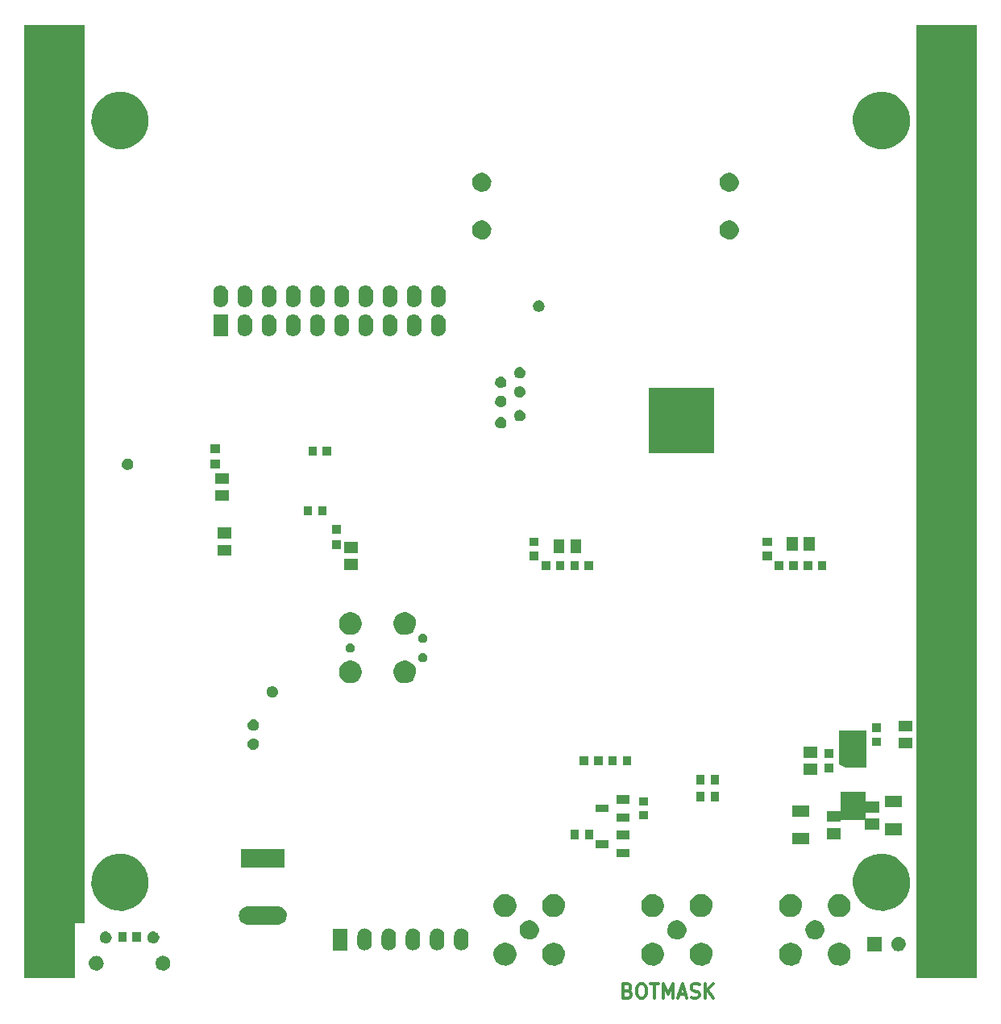
<source format=gbs>
G04 #@! TF.FileFunction,Soldermask,Bot*
%FSLAX46Y46*%
G04 Gerber Fmt 4.6, Leading zero omitted, Abs format (unit mm)*
G04 Created by KiCad (PCBNEW (after 2015-mar-04 BZR unknown)-product) date Tue 17 Mar 2015 04:43:59 PM EDT*
%MOMM*%
G01*
G04 APERTURE LIST*
%ADD10C,0.100000*%
%ADD11C,0.300000*%
G04 APERTURE END LIST*
D10*
D11*
X138357143Y-126392857D02*
X138571429Y-126464286D01*
X138642857Y-126535714D01*
X138714286Y-126678571D01*
X138714286Y-126892857D01*
X138642857Y-127035714D01*
X138571429Y-127107143D01*
X138428571Y-127178571D01*
X137857143Y-127178571D01*
X137857143Y-125678571D01*
X138357143Y-125678571D01*
X138500000Y-125750000D01*
X138571429Y-125821429D01*
X138642857Y-125964286D01*
X138642857Y-126107143D01*
X138571429Y-126250000D01*
X138500000Y-126321429D01*
X138357143Y-126392857D01*
X137857143Y-126392857D01*
X139642857Y-125678571D02*
X139928571Y-125678571D01*
X140071429Y-125750000D01*
X140214286Y-125892857D01*
X140285714Y-126178571D01*
X140285714Y-126678571D01*
X140214286Y-126964286D01*
X140071429Y-127107143D01*
X139928571Y-127178571D01*
X139642857Y-127178571D01*
X139500000Y-127107143D01*
X139357143Y-126964286D01*
X139285714Y-126678571D01*
X139285714Y-126178571D01*
X139357143Y-125892857D01*
X139500000Y-125750000D01*
X139642857Y-125678571D01*
X140714286Y-125678571D02*
X141571429Y-125678571D01*
X141142858Y-127178571D02*
X141142858Y-125678571D01*
X142071429Y-127178571D02*
X142071429Y-125678571D01*
X142571429Y-126750000D01*
X143071429Y-125678571D01*
X143071429Y-127178571D01*
X143714286Y-126750000D02*
X144428572Y-126750000D01*
X143571429Y-127178571D02*
X144071429Y-125678571D01*
X144571429Y-127178571D01*
X145000000Y-127107143D02*
X145214286Y-127178571D01*
X145571429Y-127178571D01*
X145714286Y-127107143D01*
X145785715Y-127035714D01*
X145857143Y-126892857D01*
X145857143Y-126750000D01*
X145785715Y-126607143D01*
X145714286Y-126535714D01*
X145571429Y-126464286D01*
X145285715Y-126392857D01*
X145142857Y-126321429D01*
X145071429Y-126250000D01*
X145000000Y-126107143D01*
X145000000Y-125964286D01*
X145071429Y-125821429D01*
X145142857Y-125750000D01*
X145285715Y-125678571D01*
X145642857Y-125678571D01*
X145857143Y-125750000D01*
X146500000Y-127178571D02*
X146500000Y-125678571D01*
X147357143Y-127178571D02*
X146714286Y-126321429D01*
X147357143Y-125678571D02*
X146500000Y-126535714D01*
D10*
G36*
X81300000Y-119300000D02*
X80300000Y-119300000D01*
X80300000Y-125050000D01*
X74950000Y-125050000D01*
X74950000Y-124000000D01*
X74950000Y-24950000D01*
X81300000Y-24950000D01*
X81300000Y-119300000D01*
X81300000Y-119300000D01*
G37*
G36*
X83278736Y-123505406D02*
X83262935Y-123655737D01*
X83262929Y-123655755D01*
X83262921Y-123655835D01*
X83218194Y-123800325D01*
X83146254Y-123933375D01*
X83049842Y-124049917D01*
X82932628Y-124145514D01*
X82799080Y-124216523D01*
X82654282Y-124260240D01*
X82503750Y-124275000D01*
X82499341Y-124275000D01*
X82496250Y-124275000D01*
X82496175Y-124275000D01*
X82489485Y-124274953D01*
X82489480Y-124274952D01*
X82485429Y-124274924D01*
X82335118Y-124258064D01*
X82190945Y-124212330D01*
X82058401Y-124139463D01*
X81942534Y-124042239D01*
X81847758Y-123924361D01*
X81777683Y-123790320D01*
X81734977Y-123645221D01*
X81734970Y-123645154D01*
X81734964Y-123645131D01*
X81721264Y-123494594D01*
X81737065Y-123344263D01*
X81737070Y-123344244D01*
X81737079Y-123344165D01*
X81781806Y-123199675D01*
X81853746Y-123066625D01*
X81950158Y-122950083D01*
X82067372Y-122854486D01*
X82200920Y-122783477D01*
X82345718Y-122739760D01*
X82496250Y-122725000D01*
X82500659Y-122725000D01*
X82503750Y-122725000D01*
X82503825Y-122725000D01*
X82510515Y-122725047D01*
X82510519Y-122725047D01*
X82514571Y-122725076D01*
X82664882Y-122741936D01*
X82809055Y-122787670D01*
X82941599Y-122860537D01*
X83057466Y-122957761D01*
X83152242Y-123075639D01*
X83222317Y-123209680D01*
X83265023Y-123354779D01*
X83265029Y-123354845D01*
X83265036Y-123354869D01*
X83278736Y-123505406D01*
X83278736Y-123505406D01*
G37*
G36*
X84128013Y-120804358D02*
X84115273Y-120925577D01*
X84115267Y-120925595D01*
X84115259Y-120925674D01*
X84079188Y-121042197D01*
X84021172Y-121149496D01*
X83943420Y-121243482D01*
X83848894Y-121320576D01*
X83741193Y-121377841D01*
X83624420Y-121413097D01*
X83503024Y-121425000D01*
X83498614Y-121425000D01*
X83496976Y-121425000D01*
X83496908Y-121425000D01*
X83492307Y-121424968D01*
X83492300Y-121424967D01*
X83488250Y-121424939D01*
X83367031Y-121411342D01*
X83250762Y-121374460D01*
X83143872Y-121315696D01*
X83050431Y-121237290D01*
X82973998Y-121142227D01*
X82917486Y-121034129D01*
X82883046Y-120917113D01*
X82883039Y-120917046D01*
X82883033Y-120917023D01*
X82871987Y-120795642D01*
X82884727Y-120674423D01*
X82884732Y-120674404D01*
X82884741Y-120674326D01*
X82920812Y-120557803D01*
X82978828Y-120450504D01*
X83056580Y-120356518D01*
X83151106Y-120279424D01*
X83258807Y-120222159D01*
X83375580Y-120186903D01*
X83496976Y-120175000D01*
X83501386Y-120175000D01*
X83503024Y-120175000D01*
X83503092Y-120175000D01*
X83507693Y-120175032D01*
X83507699Y-120175032D01*
X83511750Y-120175061D01*
X83632969Y-120188658D01*
X83749238Y-120225540D01*
X83856128Y-120284304D01*
X83949569Y-120362710D01*
X84026002Y-120457773D01*
X84082514Y-120565871D01*
X84116954Y-120682887D01*
X84116960Y-120682953D01*
X84116967Y-120682977D01*
X84128013Y-120804358D01*
X84128013Y-120804358D01*
G37*
G36*
X85700000Y-121225000D02*
X84800000Y-121225000D01*
X84800000Y-120275000D01*
X85700000Y-120275000D01*
X85700000Y-121225000D01*
X85700000Y-121225000D01*
G37*
G36*
X86400026Y-71041167D02*
X86398149Y-71175564D01*
X86397998Y-71176227D01*
X86397998Y-71176251D01*
X86372084Y-71290309D01*
X86324226Y-71397798D01*
X86256396Y-71493954D01*
X86171186Y-71575098D01*
X86071837Y-71638146D01*
X85962136Y-71680697D01*
X85846253Y-71701131D01*
X85728612Y-71698666D01*
X85613691Y-71673400D01*
X85505866Y-71626292D01*
X85409245Y-71559138D01*
X85327506Y-71474495D01*
X85263764Y-71375587D01*
X85220448Y-71266183D01*
X85199207Y-71150450D01*
X85200850Y-71032797D01*
X85225314Y-70917700D01*
X85271669Y-70809545D01*
X85338147Y-70712458D01*
X85422216Y-70630131D01*
X85520674Y-70565702D01*
X85629772Y-70521623D01*
X85745356Y-70499574D01*
X85863026Y-70500396D01*
X85978285Y-70524055D01*
X86086755Y-70569652D01*
X86184310Y-70635453D01*
X86267220Y-70718944D01*
X86332334Y-70816950D01*
X86377176Y-70925744D01*
X86399893Y-71040474D01*
X86399892Y-71040493D01*
X86400026Y-71041167D01*
X86400026Y-71041167D01*
G37*
G36*
X87200000Y-121225000D02*
X86300000Y-121225000D01*
X86300000Y-120275000D01*
X87200000Y-120275000D01*
X87200000Y-121225000D01*
X87200000Y-121225000D01*
G37*
G36*
X88000129Y-34705835D02*
X87990746Y-35377819D01*
X87990594Y-35378486D01*
X87990594Y-35378506D01*
X87860407Y-35951528D01*
X87621108Y-36489003D01*
X87281979Y-36969748D01*
X86855925Y-37375473D01*
X86359176Y-37690720D01*
X85810668Y-37903472D01*
X85231270Y-38005636D01*
X84643069Y-37993315D01*
X84068461Y-37866979D01*
X83529337Y-37631442D01*
X83046231Y-37295674D01*
X82637541Y-36872463D01*
X82318836Y-36377930D01*
X82102257Y-35830913D01*
X81996052Y-35252247D01*
X82004266Y-34663977D01*
X82126587Y-34088501D01*
X82358357Y-33547741D01*
X82690745Y-33062303D01*
X83111090Y-32650669D01*
X83603383Y-32328522D01*
X84148873Y-32108129D01*
X84726786Y-31997886D01*
X85315103Y-32001994D01*
X85891421Y-32120295D01*
X86433778Y-32348281D01*
X86921530Y-32677273D01*
X87336086Y-33094734D01*
X87661662Y-33584766D01*
X87885859Y-34128708D01*
X87999996Y-34705145D01*
X87999995Y-34705162D01*
X88000129Y-34705835D01*
X88000129Y-34705835D01*
G37*
G36*
X88000129Y-114705835D02*
X87990746Y-115377819D01*
X87990594Y-115378486D01*
X87990594Y-115378506D01*
X87860407Y-115951528D01*
X87621108Y-116489003D01*
X87281979Y-116969748D01*
X86855925Y-117375473D01*
X86359176Y-117690720D01*
X85810668Y-117903472D01*
X85231270Y-118005636D01*
X84643069Y-117993315D01*
X84068461Y-117866979D01*
X83529337Y-117631442D01*
X83046231Y-117295674D01*
X82637541Y-116872463D01*
X82318836Y-116377930D01*
X82102257Y-115830913D01*
X81996052Y-115252247D01*
X82004266Y-114663977D01*
X82126587Y-114088501D01*
X82358357Y-113547741D01*
X82690745Y-113062303D01*
X83111090Y-112650669D01*
X83603383Y-112328522D01*
X84148873Y-112108129D01*
X84726786Y-111997886D01*
X85315103Y-112001994D01*
X85891421Y-112120295D01*
X86433778Y-112348281D01*
X86921530Y-112677273D01*
X87336086Y-113094734D01*
X87661662Y-113584766D01*
X87885859Y-114128708D01*
X87999996Y-114705145D01*
X87999995Y-114705162D01*
X88000129Y-114705835D01*
X88000129Y-114705835D01*
G37*
G36*
X89128013Y-120804358D02*
X89115273Y-120925577D01*
X89115267Y-120925595D01*
X89115259Y-120925674D01*
X89079188Y-121042197D01*
X89021172Y-121149496D01*
X88943420Y-121243482D01*
X88848894Y-121320576D01*
X88741193Y-121377841D01*
X88624420Y-121413097D01*
X88503024Y-121425000D01*
X88498614Y-121425000D01*
X88496976Y-121425000D01*
X88496908Y-121425000D01*
X88492307Y-121424968D01*
X88492300Y-121424967D01*
X88488250Y-121424939D01*
X88367031Y-121411342D01*
X88250762Y-121374460D01*
X88143872Y-121315696D01*
X88050431Y-121237290D01*
X87973998Y-121142227D01*
X87917486Y-121034129D01*
X87883046Y-120917113D01*
X87883039Y-120917046D01*
X87883033Y-120917023D01*
X87871987Y-120795642D01*
X87884727Y-120674423D01*
X87884732Y-120674404D01*
X87884741Y-120674326D01*
X87920812Y-120557803D01*
X87978828Y-120450504D01*
X88056580Y-120356518D01*
X88151106Y-120279424D01*
X88258807Y-120222159D01*
X88375580Y-120186903D01*
X88496976Y-120175000D01*
X88501386Y-120175000D01*
X88503024Y-120175000D01*
X88503092Y-120175000D01*
X88507693Y-120175032D01*
X88507699Y-120175032D01*
X88511750Y-120175061D01*
X88632969Y-120188658D01*
X88749238Y-120225540D01*
X88856128Y-120284304D01*
X88949569Y-120362710D01*
X89026002Y-120457773D01*
X89082514Y-120565871D01*
X89116954Y-120682887D01*
X89116960Y-120682953D01*
X89116967Y-120682977D01*
X89128013Y-120804358D01*
X89128013Y-120804358D01*
G37*
G36*
X90278736Y-123505406D02*
X90262935Y-123655737D01*
X90262929Y-123655755D01*
X90262921Y-123655835D01*
X90218194Y-123800325D01*
X90146254Y-123933375D01*
X90049842Y-124049917D01*
X89932628Y-124145514D01*
X89799080Y-124216523D01*
X89654282Y-124260240D01*
X89503750Y-124275000D01*
X89499341Y-124275000D01*
X89496250Y-124275000D01*
X89496175Y-124275000D01*
X89489485Y-124274953D01*
X89489480Y-124274952D01*
X89485429Y-124274924D01*
X89335118Y-124258064D01*
X89190945Y-124212330D01*
X89058401Y-124139463D01*
X88942534Y-124042239D01*
X88847758Y-123924361D01*
X88777683Y-123790320D01*
X88734977Y-123645221D01*
X88734970Y-123645154D01*
X88734964Y-123645131D01*
X88721264Y-123494594D01*
X88737065Y-123344263D01*
X88737070Y-123344244D01*
X88737079Y-123344165D01*
X88781806Y-123199675D01*
X88853746Y-123066625D01*
X88950158Y-122950083D01*
X89067372Y-122854486D01*
X89200920Y-122783477D01*
X89345718Y-122739760D01*
X89496250Y-122725000D01*
X89500659Y-122725000D01*
X89503750Y-122725000D01*
X89503825Y-122725000D01*
X89510515Y-122725047D01*
X89510519Y-122725047D01*
X89514571Y-122725076D01*
X89664882Y-122741936D01*
X89809055Y-122787670D01*
X89941599Y-122860537D01*
X90057466Y-122957761D01*
X90152242Y-123075639D01*
X90222317Y-123209680D01*
X90265023Y-123354779D01*
X90265029Y-123354845D01*
X90265036Y-123354869D01*
X90278736Y-123505406D01*
X90278736Y-123505406D01*
G37*
G36*
X95500000Y-69975000D02*
X94500000Y-69975000D01*
X94500000Y-69025000D01*
X95500000Y-69025000D01*
X95500000Y-69975000D01*
X95500000Y-69975000D01*
G37*
G36*
X95500000Y-71575000D02*
X94500000Y-71575000D01*
X94500000Y-70625000D01*
X95500000Y-70625000D01*
X95500000Y-71575000D01*
X95500000Y-71575000D01*
G37*
G36*
X96332000Y-53862603D02*
X96331955Y-53869112D01*
X96331954Y-53869119D01*
X96331926Y-53873169D01*
X96315348Y-54020959D01*
X96270381Y-54162714D01*
X96198736Y-54293035D01*
X96103143Y-54406958D01*
X95987243Y-54500144D01*
X95855450Y-54569044D01*
X95712785Y-54611033D01*
X95712720Y-54611038D01*
X95712693Y-54611047D01*
X95564685Y-54624516D01*
X95416877Y-54608981D01*
X95416854Y-54608973D01*
X95416779Y-54608966D01*
X95274713Y-54564990D01*
X95143895Y-54494257D01*
X95029307Y-54399461D01*
X94935314Y-54284214D01*
X94865496Y-54152906D01*
X94822512Y-54010537D01*
X94808000Y-53862530D01*
X94808000Y-53858121D01*
X94808000Y-53089470D01*
X94808000Y-53089397D01*
X94808045Y-53082888D01*
X94808045Y-53082880D01*
X94808074Y-53078831D01*
X94824652Y-52931041D01*
X94869619Y-52789286D01*
X94941264Y-52658965D01*
X95036857Y-52545042D01*
X95152757Y-52451856D01*
X95284550Y-52382956D01*
X95427215Y-52340967D01*
X95427279Y-52340961D01*
X95427307Y-52340953D01*
X95575315Y-52327484D01*
X95723123Y-52343019D01*
X95723145Y-52343026D01*
X95723221Y-52343034D01*
X95865287Y-52387010D01*
X95996105Y-52457743D01*
X96110693Y-52552539D01*
X96204686Y-52667786D01*
X96274504Y-52799094D01*
X96317488Y-52941463D01*
X96332000Y-53089470D01*
X96332000Y-53093879D01*
X96332000Y-53862530D01*
X96332000Y-53862603D01*
X96332000Y-53862603D01*
G37*
G36*
X96332000Y-57667000D02*
X94808000Y-57667000D01*
X94808000Y-55381000D01*
X96332000Y-55381000D01*
X96332000Y-57667000D01*
X96332000Y-57667000D01*
G37*
G36*
X96475000Y-73175000D02*
X95025000Y-73175000D01*
X95025000Y-72025000D01*
X96475000Y-72025000D01*
X96475000Y-73175000D01*
X96475000Y-73175000D01*
G37*
G36*
X96475000Y-74975000D02*
X95025000Y-74975000D01*
X95025000Y-73825000D01*
X96475000Y-73825000D01*
X96475000Y-74975000D01*
X96475000Y-74975000D01*
G37*
G36*
X96725000Y-78925000D02*
X95275000Y-78925000D01*
X95275000Y-77775000D01*
X96725000Y-77775000D01*
X96725000Y-78925000D01*
X96725000Y-78925000D01*
G37*
G36*
X96725000Y-80725000D02*
X95275000Y-80725000D01*
X95275000Y-79575000D01*
X96725000Y-79575000D01*
X96725000Y-80725000D01*
X96725000Y-80725000D01*
G37*
G36*
X98872000Y-53862603D02*
X98871955Y-53869112D01*
X98871954Y-53869119D01*
X98871926Y-53873169D01*
X98855348Y-54020959D01*
X98810381Y-54162714D01*
X98738736Y-54293035D01*
X98643143Y-54406958D01*
X98527243Y-54500144D01*
X98395450Y-54569044D01*
X98252785Y-54611033D01*
X98252720Y-54611038D01*
X98252693Y-54611047D01*
X98104685Y-54624516D01*
X97956877Y-54608981D01*
X97956854Y-54608973D01*
X97956779Y-54608966D01*
X97814713Y-54564990D01*
X97683895Y-54494257D01*
X97569307Y-54399461D01*
X97475314Y-54284214D01*
X97405496Y-54152906D01*
X97362512Y-54010537D01*
X97348000Y-53862530D01*
X97348000Y-53858121D01*
X97348000Y-53089470D01*
X97348000Y-53089397D01*
X97348045Y-53082888D01*
X97348045Y-53082880D01*
X97348074Y-53078831D01*
X97364652Y-52931041D01*
X97409619Y-52789286D01*
X97481264Y-52658965D01*
X97576857Y-52545042D01*
X97692757Y-52451856D01*
X97824550Y-52382956D01*
X97967215Y-52340967D01*
X97967279Y-52340961D01*
X97967307Y-52340953D01*
X98115315Y-52327484D01*
X98263123Y-52343019D01*
X98263145Y-52343026D01*
X98263221Y-52343034D01*
X98405287Y-52387010D01*
X98536105Y-52457743D01*
X98650693Y-52552539D01*
X98744686Y-52667786D01*
X98814504Y-52799094D01*
X98857488Y-52941463D01*
X98872000Y-53089470D01*
X98872000Y-53093879D01*
X98872000Y-53862530D01*
X98872000Y-53862603D01*
X98872000Y-53862603D01*
G37*
G36*
X98872000Y-56910603D02*
X98871955Y-56917112D01*
X98871954Y-56917119D01*
X98871926Y-56921169D01*
X98855348Y-57068959D01*
X98810381Y-57210714D01*
X98738736Y-57341035D01*
X98643143Y-57454958D01*
X98527243Y-57548144D01*
X98395450Y-57617044D01*
X98252785Y-57659033D01*
X98252720Y-57659038D01*
X98252693Y-57659047D01*
X98104685Y-57672516D01*
X97956877Y-57656981D01*
X97956854Y-57656973D01*
X97956779Y-57656966D01*
X97814713Y-57612990D01*
X97683895Y-57542257D01*
X97569307Y-57447461D01*
X97475314Y-57332214D01*
X97405496Y-57200906D01*
X97362512Y-57058537D01*
X97348000Y-56910530D01*
X97348000Y-56906121D01*
X97348000Y-56137470D01*
X97348000Y-56137397D01*
X97348045Y-56130888D01*
X97348045Y-56130880D01*
X97348074Y-56126831D01*
X97364652Y-55979041D01*
X97409619Y-55837286D01*
X97481264Y-55706965D01*
X97576857Y-55593042D01*
X97692757Y-55499856D01*
X97824550Y-55430956D01*
X97967215Y-55388967D01*
X97967279Y-55388961D01*
X97967307Y-55388953D01*
X98115315Y-55375484D01*
X98263123Y-55391019D01*
X98263145Y-55391026D01*
X98263221Y-55391034D01*
X98405287Y-55435010D01*
X98536105Y-55505743D01*
X98650693Y-55600539D01*
X98744686Y-55715786D01*
X98814504Y-55847094D01*
X98857488Y-55989463D01*
X98872000Y-56137470D01*
X98872000Y-56141879D01*
X98872000Y-56910530D01*
X98872000Y-56910603D01*
X98872000Y-56910603D01*
G37*
G36*
X99600026Y-98441167D02*
X99598149Y-98575564D01*
X99597998Y-98576227D01*
X99597998Y-98576251D01*
X99572084Y-98690309D01*
X99524226Y-98797798D01*
X99456396Y-98893954D01*
X99371186Y-98975098D01*
X99271837Y-99038146D01*
X99162136Y-99080697D01*
X99046253Y-99101131D01*
X98928612Y-99098666D01*
X98813691Y-99073400D01*
X98705866Y-99026292D01*
X98609245Y-98959138D01*
X98527506Y-98874495D01*
X98463764Y-98775587D01*
X98420448Y-98666183D01*
X98399207Y-98550450D01*
X98400850Y-98432797D01*
X98425314Y-98317700D01*
X98471669Y-98209545D01*
X98538147Y-98112458D01*
X98622216Y-98030131D01*
X98720674Y-97965702D01*
X98829772Y-97921623D01*
X98945356Y-97899574D01*
X99063026Y-97900396D01*
X99178285Y-97924055D01*
X99286755Y-97969652D01*
X99384310Y-98035453D01*
X99467220Y-98118944D01*
X99532334Y-98216950D01*
X99577176Y-98325744D01*
X99599893Y-98440474D01*
X99599892Y-98440493D01*
X99600026Y-98441167D01*
X99600026Y-98441167D01*
G37*
G36*
X99600026Y-100441167D02*
X99598149Y-100575564D01*
X99597998Y-100576227D01*
X99597998Y-100576251D01*
X99572084Y-100690309D01*
X99524226Y-100797798D01*
X99456396Y-100893954D01*
X99371186Y-100975098D01*
X99271837Y-101038146D01*
X99162136Y-101080697D01*
X99046253Y-101101131D01*
X98928612Y-101098666D01*
X98813691Y-101073400D01*
X98705866Y-101026292D01*
X98609245Y-100959138D01*
X98527506Y-100874495D01*
X98463764Y-100775587D01*
X98420448Y-100666183D01*
X98399207Y-100550450D01*
X98400850Y-100432797D01*
X98425314Y-100317700D01*
X98471669Y-100209545D01*
X98538147Y-100112458D01*
X98622216Y-100030131D01*
X98720674Y-99965702D01*
X98829772Y-99921623D01*
X98945356Y-99899574D01*
X99063026Y-99900396D01*
X99178285Y-99924055D01*
X99286755Y-99969652D01*
X99384310Y-100035453D01*
X99467220Y-100118944D01*
X99532334Y-100216950D01*
X99577176Y-100325744D01*
X99599893Y-100440474D01*
X99599892Y-100440493D01*
X99600026Y-100441167D01*
X99600026Y-100441167D01*
G37*
G36*
X101412000Y-53862603D02*
X101411955Y-53869112D01*
X101411954Y-53869119D01*
X101411926Y-53873169D01*
X101395348Y-54020959D01*
X101350381Y-54162714D01*
X101278736Y-54293035D01*
X101183143Y-54406958D01*
X101067243Y-54500144D01*
X100935450Y-54569044D01*
X100792785Y-54611033D01*
X100792720Y-54611038D01*
X100792693Y-54611047D01*
X100644685Y-54624516D01*
X100496877Y-54608981D01*
X100496854Y-54608973D01*
X100496779Y-54608966D01*
X100354713Y-54564990D01*
X100223895Y-54494257D01*
X100109307Y-54399461D01*
X100015314Y-54284214D01*
X99945496Y-54152906D01*
X99902512Y-54010537D01*
X99888000Y-53862530D01*
X99888000Y-53858121D01*
X99888000Y-53089470D01*
X99888000Y-53089397D01*
X99888045Y-53082888D01*
X99888045Y-53082880D01*
X99888074Y-53078831D01*
X99904652Y-52931041D01*
X99949619Y-52789286D01*
X100021264Y-52658965D01*
X100116857Y-52545042D01*
X100232757Y-52451856D01*
X100364550Y-52382956D01*
X100507215Y-52340967D01*
X100507279Y-52340961D01*
X100507307Y-52340953D01*
X100655315Y-52327484D01*
X100803123Y-52343019D01*
X100803145Y-52343026D01*
X100803221Y-52343034D01*
X100945287Y-52387010D01*
X101076105Y-52457743D01*
X101190693Y-52552539D01*
X101284686Y-52667786D01*
X101354504Y-52799094D01*
X101397488Y-52941463D01*
X101412000Y-53089470D01*
X101412000Y-53093879D01*
X101412000Y-53862530D01*
X101412000Y-53862603D01*
X101412000Y-53862603D01*
G37*
G36*
X101412000Y-56910603D02*
X101411955Y-56917112D01*
X101411954Y-56917119D01*
X101411926Y-56921169D01*
X101395348Y-57068959D01*
X101350381Y-57210714D01*
X101278736Y-57341035D01*
X101183143Y-57454958D01*
X101067243Y-57548144D01*
X100935450Y-57617044D01*
X100792785Y-57659033D01*
X100792720Y-57659038D01*
X100792693Y-57659047D01*
X100644685Y-57672516D01*
X100496877Y-57656981D01*
X100496854Y-57656973D01*
X100496779Y-57656966D01*
X100354713Y-57612990D01*
X100223895Y-57542257D01*
X100109307Y-57447461D01*
X100015314Y-57332214D01*
X99945496Y-57200906D01*
X99902512Y-57058537D01*
X99888000Y-56910530D01*
X99888000Y-56906121D01*
X99888000Y-56137470D01*
X99888000Y-56137397D01*
X99888045Y-56130888D01*
X99888045Y-56130880D01*
X99888074Y-56126831D01*
X99904652Y-55979041D01*
X99949619Y-55837286D01*
X100021264Y-55706965D01*
X100116857Y-55593042D01*
X100232757Y-55499856D01*
X100364550Y-55430956D01*
X100507215Y-55388967D01*
X100507279Y-55388961D01*
X100507307Y-55388953D01*
X100655315Y-55375484D01*
X100803123Y-55391019D01*
X100803145Y-55391026D01*
X100803221Y-55391034D01*
X100945287Y-55435010D01*
X101076105Y-55505743D01*
X101190693Y-55600539D01*
X101284686Y-55715786D01*
X101354504Y-55847094D01*
X101397488Y-55989463D01*
X101412000Y-56137470D01*
X101412000Y-56141879D01*
X101412000Y-56910530D01*
X101412000Y-56910603D01*
X101412000Y-56910603D01*
G37*
G36*
X101600026Y-94941167D02*
X101598149Y-95075564D01*
X101597998Y-95076227D01*
X101597998Y-95076251D01*
X101572084Y-95190309D01*
X101524226Y-95297798D01*
X101456396Y-95393954D01*
X101371186Y-95475098D01*
X101271837Y-95538146D01*
X101162136Y-95580697D01*
X101046253Y-95601131D01*
X100928612Y-95598666D01*
X100813691Y-95573400D01*
X100705866Y-95526292D01*
X100609245Y-95459138D01*
X100527506Y-95374495D01*
X100463764Y-95275587D01*
X100420448Y-95166183D01*
X100399207Y-95050450D01*
X100400850Y-94932797D01*
X100425314Y-94817700D01*
X100471669Y-94709545D01*
X100538147Y-94612458D01*
X100622216Y-94530131D01*
X100720674Y-94465702D01*
X100829772Y-94421623D01*
X100945356Y-94399574D01*
X101063026Y-94400396D01*
X101178285Y-94424055D01*
X101286755Y-94469652D01*
X101384310Y-94535453D01*
X101467220Y-94618944D01*
X101532334Y-94716950D01*
X101577176Y-94825744D01*
X101599893Y-94940474D01*
X101599892Y-94940493D01*
X101600026Y-94941167D01*
X101600026Y-94941167D01*
G37*
G36*
X102250000Y-113500000D02*
X97750000Y-113500000D01*
X97750000Y-111500000D01*
X102250000Y-111500000D01*
X102250000Y-113500000D01*
X102250000Y-113500000D01*
G37*
G36*
X102512076Y-118506976D02*
X102491686Y-118700980D01*
X102491678Y-118701002D01*
X102491671Y-118701078D01*
X102433959Y-118887516D01*
X102341134Y-119059193D01*
X102216730Y-119209571D01*
X102065488Y-119332921D01*
X101893166Y-119424546D01*
X101706330Y-119480955D01*
X101512096Y-119500000D01*
X101507687Y-119500000D01*
X98487904Y-119500000D01*
X98487830Y-119500000D01*
X98477998Y-119499932D01*
X98477990Y-119499931D01*
X98473942Y-119499903D01*
X98279992Y-119478148D01*
X98093962Y-119419135D01*
X97922937Y-119325113D01*
X97773431Y-119199663D01*
X97651140Y-119047563D01*
X97560720Y-118874607D01*
X97505617Y-118687381D01*
X97505611Y-118687319D01*
X97505603Y-118687291D01*
X97487924Y-118493024D01*
X97508314Y-118299020D01*
X97508321Y-118298997D01*
X97508329Y-118298922D01*
X97566041Y-118112484D01*
X97658866Y-117940807D01*
X97783270Y-117790429D01*
X97934512Y-117667079D01*
X98106834Y-117575454D01*
X98293670Y-117519045D01*
X98487904Y-117500000D01*
X98492313Y-117500000D01*
X101512096Y-117500000D01*
X101512170Y-117500000D01*
X101522002Y-117500068D01*
X101522009Y-117500068D01*
X101526058Y-117500097D01*
X101720008Y-117521852D01*
X101906038Y-117580865D01*
X102077063Y-117674887D01*
X102226569Y-117800337D01*
X102348860Y-117952437D01*
X102439280Y-118125393D01*
X102494383Y-118312619D01*
X102494388Y-118312680D01*
X102494397Y-118312709D01*
X102512076Y-118506976D01*
X102512076Y-118506976D01*
G37*
G36*
X103952000Y-53862603D02*
X103951955Y-53869112D01*
X103951954Y-53869119D01*
X103951926Y-53873169D01*
X103935348Y-54020959D01*
X103890381Y-54162714D01*
X103818736Y-54293035D01*
X103723143Y-54406958D01*
X103607243Y-54500144D01*
X103475450Y-54569044D01*
X103332785Y-54611033D01*
X103332720Y-54611038D01*
X103332693Y-54611047D01*
X103184685Y-54624516D01*
X103036877Y-54608981D01*
X103036854Y-54608973D01*
X103036779Y-54608966D01*
X102894713Y-54564990D01*
X102763895Y-54494257D01*
X102649307Y-54399461D01*
X102555314Y-54284214D01*
X102485496Y-54152906D01*
X102442512Y-54010537D01*
X102428000Y-53862530D01*
X102428000Y-53858121D01*
X102428000Y-53089470D01*
X102428000Y-53089397D01*
X102428045Y-53082888D01*
X102428045Y-53082880D01*
X102428074Y-53078831D01*
X102444652Y-52931041D01*
X102489619Y-52789286D01*
X102561264Y-52658965D01*
X102656857Y-52545042D01*
X102772757Y-52451856D01*
X102904550Y-52382956D01*
X103047215Y-52340967D01*
X103047279Y-52340961D01*
X103047307Y-52340953D01*
X103195315Y-52327484D01*
X103343123Y-52343019D01*
X103343145Y-52343026D01*
X103343221Y-52343034D01*
X103485287Y-52387010D01*
X103616105Y-52457743D01*
X103730693Y-52552539D01*
X103824686Y-52667786D01*
X103894504Y-52799094D01*
X103937488Y-52941463D01*
X103952000Y-53089470D01*
X103952000Y-53093879D01*
X103952000Y-53862530D01*
X103952000Y-53862603D01*
X103952000Y-53862603D01*
G37*
G36*
X103952000Y-56910603D02*
X103951955Y-56917112D01*
X103951954Y-56917119D01*
X103951926Y-56921169D01*
X103935348Y-57068959D01*
X103890381Y-57210714D01*
X103818736Y-57341035D01*
X103723143Y-57454958D01*
X103607243Y-57548144D01*
X103475450Y-57617044D01*
X103332785Y-57659033D01*
X103332720Y-57659038D01*
X103332693Y-57659047D01*
X103184685Y-57672516D01*
X103036877Y-57656981D01*
X103036854Y-57656973D01*
X103036779Y-57656966D01*
X102894713Y-57612990D01*
X102763895Y-57542257D01*
X102649307Y-57447461D01*
X102555314Y-57332214D01*
X102485496Y-57200906D01*
X102442512Y-57058537D01*
X102428000Y-56910530D01*
X102428000Y-56906121D01*
X102428000Y-56137470D01*
X102428000Y-56137397D01*
X102428045Y-56130888D01*
X102428045Y-56130880D01*
X102428074Y-56126831D01*
X102444652Y-55979041D01*
X102489619Y-55837286D01*
X102561264Y-55706965D01*
X102656857Y-55593042D01*
X102772757Y-55499856D01*
X102904550Y-55430956D01*
X103047215Y-55388967D01*
X103047279Y-55388961D01*
X103047307Y-55388953D01*
X103195315Y-55375484D01*
X103343123Y-55391019D01*
X103343145Y-55391026D01*
X103343221Y-55391034D01*
X103485287Y-55435010D01*
X103616105Y-55505743D01*
X103730693Y-55600539D01*
X103824686Y-55715786D01*
X103894504Y-55847094D01*
X103937488Y-55989463D01*
X103952000Y-56137470D01*
X103952000Y-56141879D01*
X103952000Y-56910530D01*
X103952000Y-56910603D01*
X103952000Y-56910603D01*
G37*
G36*
X105175000Y-76500000D02*
X104325000Y-76500000D01*
X104325000Y-75500000D01*
X105175000Y-75500000D01*
X105175000Y-76500000D01*
X105175000Y-76500000D01*
G37*
G36*
X105700000Y-70225000D02*
X104800000Y-70225000D01*
X104800000Y-69275000D01*
X105700000Y-69275000D01*
X105700000Y-70225000D01*
X105700000Y-70225000D01*
G37*
G36*
X106492000Y-53862603D02*
X106491955Y-53869112D01*
X106491954Y-53869119D01*
X106491926Y-53873169D01*
X106475348Y-54020959D01*
X106430381Y-54162714D01*
X106358736Y-54293035D01*
X106263143Y-54406958D01*
X106147243Y-54500144D01*
X106015450Y-54569044D01*
X105872785Y-54611033D01*
X105872720Y-54611038D01*
X105872693Y-54611047D01*
X105724685Y-54624516D01*
X105576877Y-54608981D01*
X105576854Y-54608973D01*
X105576779Y-54608966D01*
X105434713Y-54564990D01*
X105303895Y-54494257D01*
X105189307Y-54399461D01*
X105095314Y-54284214D01*
X105025496Y-54152906D01*
X104982512Y-54010537D01*
X104968000Y-53862530D01*
X104968000Y-53858121D01*
X104968000Y-53089470D01*
X104968000Y-53089397D01*
X104968045Y-53082888D01*
X104968045Y-53082880D01*
X104968074Y-53078831D01*
X104984652Y-52931041D01*
X105029619Y-52789286D01*
X105101264Y-52658965D01*
X105196857Y-52545042D01*
X105312757Y-52451856D01*
X105444550Y-52382956D01*
X105587215Y-52340967D01*
X105587279Y-52340961D01*
X105587307Y-52340953D01*
X105735315Y-52327484D01*
X105883123Y-52343019D01*
X105883145Y-52343026D01*
X105883221Y-52343034D01*
X106025287Y-52387010D01*
X106156105Y-52457743D01*
X106270693Y-52552539D01*
X106364686Y-52667786D01*
X106434504Y-52799094D01*
X106477488Y-52941463D01*
X106492000Y-53089470D01*
X106492000Y-53093879D01*
X106492000Y-53862530D01*
X106492000Y-53862603D01*
X106492000Y-53862603D01*
G37*
G36*
X106492000Y-56910603D02*
X106491955Y-56917112D01*
X106491954Y-56917119D01*
X106491926Y-56921169D01*
X106475348Y-57068959D01*
X106430381Y-57210714D01*
X106358736Y-57341035D01*
X106263143Y-57454958D01*
X106147243Y-57548144D01*
X106015450Y-57617044D01*
X105872785Y-57659033D01*
X105872720Y-57659038D01*
X105872693Y-57659047D01*
X105724685Y-57672516D01*
X105576877Y-57656981D01*
X105576854Y-57656973D01*
X105576779Y-57656966D01*
X105434713Y-57612990D01*
X105303895Y-57542257D01*
X105189307Y-57447461D01*
X105095314Y-57332214D01*
X105025496Y-57200906D01*
X104982512Y-57058537D01*
X104968000Y-56910530D01*
X104968000Y-56906121D01*
X104968000Y-56137470D01*
X104968000Y-56137397D01*
X104968045Y-56130888D01*
X104968045Y-56130880D01*
X104968074Y-56126831D01*
X104984652Y-55979041D01*
X105029619Y-55837286D01*
X105101264Y-55706965D01*
X105196857Y-55593042D01*
X105312757Y-55499856D01*
X105444550Y-55430956D01*
X105587215Y-55388967D01*
X105587279Y-55388961D01*
X105587307Y-55388953D01*
X105735315Y-55375484D01*
X105883123Y-55391019D01*
X105883145Y-55391026D01*
X105883221Y-55391034D01*
X106025287Y-55435010D01*
X106156105Y-55505743D01*
X106270693Y-55600539D01*
X106364686Y-55715786D01*
X106434504Y-55847094D01*
X106477488Y-55989463D01*
X106492000Y-56137470D01*
X106492000Y-56141879D01*
X106492000Y-56910530D01*
X106492000Y-56910603D01*
X106492000Y-56910603D01*
G37*
G36*
X106675000Y-76500000D02*
X105825000Y-76500000D01*
X105825000Y-75500000D01*
X106675000Y-75500000D01*
X106675000Y-76500000D01*
X106675000Y-76500000D01*
G37*
G36*
X107200000Y-70225000D02*
X106300000Y-70225000D01*
X106300000Y-69275000D01*
X107200000Y-69275000D01*
X107200000Y-70225000D01*
X107200000Y-70225000D01*
G37*
G36*
X108250000Y-78425000D02*
X107250000Y-78425000D01*
X107250000Y-77475000D01*
X108250000Y-77475000D01*
X108250000Y-78425000D01*
X108250000Y-78425000D01*
G37*
G36*
X108250000Y-80025000D02*
X107250000Y-80025000D01*
X107250000Y-79075000D01*
X108250000Y-79075000D01*
X108250000Y-80025000D01*
X108250000Y-80025000D01*
G37*
G36*
X108912000Y-122143000D02*
X107388000Y-122143000D01*
X107388000Y-119857000D01*
X108912000Y-119857000D01*
X108912000Y-122143000D01*
X108912000Y-122143000D01*
G37*
G36*
X109032000Y-53862603D02*
X109031955Y-53869112D01*
X109031954Y-53869119D01*
X109031926Y-53873169D01*
X109015348Y-54020959D01*
X108970381Y-54162714D01*
X108898736Y-54293035D01*
X108803143Y-54406958D01*
X108687243Y-54500144D01*
X108555450Y-54569044D01*
X108412785Y-54611033D01*
X108412720Y-54611038D01*
X108412693Y-54611047D01*
X108264685Y-54624516D01*
X108116877Y-54608981D01*
X108116854Y-54608973D01*
X108116779Y-54608966D01*
X107974713Y-54564990D01*
X107843895Y-54494257D01*
X107729307Y-54399461D01*
X107635314Y-54284214D01*
X107565496Y-54152906D01*
X107522512Y-54010537D01*
X107508000Y-53862530D01*
X107508000Y-53858121D01*
X107508000Y-53089470D01*
X107508000Y-53089397D01*
X107508045Y-53082888D01*
X107508045Y-53082880D01*
X107508074Y-53078831D01*
X107524652Y-52931041D01*
X107569619Y-52789286D01*
X107641264Y-52658965D01*
X107736857Y-52545042D01*
X107852757Y-52451856D01*
X107984550Y-52382956D01*
X108127215Y-52340967D01*
X108127279Y-52340961D01*
X108127307Y-52340953D01*
X108275315Y-52327484D01*
X108423123Y-52343019D01*
X108423145Y-52343026D01*
X108423221Y-52343034D01*
X108565287Y-52387010D01*
X108696105Y-52457743D01*
X108810693Y-52552539D01*
X108904686Y-52667786D01*
X108974504Y-52799094D01*
X109017488Y-52941463D01*
X109032000Y-53089470D01*
X109032000Y-53093879D01*
X109032000Y-53862530D01*
X109032000Y-53862603D01*
X109032000Y-53862603D01*
G37*
G36*
X109032000Y-56910603D02*
X109031955Y-56917112D01*
X109031954Y-56917119D01*
X109031926Y-56921169D01*
X109015348Y-57068959D01*
X108970381Y-57210714D01*
X108898736Y-57341035D01*
X108803143Y-57454958D01*
X108687243Y-57548144D01*
X108555450Y-57617044D01*
X108412785Y-57659033D01*
X108412720Y-57659038D01*
X108412693Y-57659047D01*
X108264685Y-57672516D01*
X108116877Y-57656981D01*
X108116854Y-57656973D01*
X108116779Y-57656966D01*
X107974713Y-57612990D01*
X107843895Y-57542257D01*
X107729307Y-57447461D01*
X107635314Y-57332214D01*
X107565496Y-57200906D01*
X107522512Y-57058537D01*
X107508000Y-56910530D01*
X107508000Y-56906121D01*
X107508000Y-56137470D01*
X107508000Y-56137397D01*
X107508045Y-56130888D01*
X107508045Y-56130880D01*
X107508074Y-56126831D01*
X107524652Y-55979041D01*
X107569619Y-55837286D01*
X107641264Y-55706965D01*
X107736857Y-55593042D01*
X107852757Y-55499856D01*
X107984550Y-55430956D01*
X108127215Y-55388967D01*
X108127279Y-55388961D01*
X108127307Y-55388953D01*
X108275315Y-55375484D01*
X108423123Y-55391019D01*
X108423145Y-55391026D01*
X108423221Y-55391034D01*
X108565287Y-55435010D01*
X108696105Y-55505743D01*
X108810693Y-55600539D01*
X108904686Y-55715786D01*
X108974504Y-55847094D01*
X109017488Y-55989463D01*
X109032000Y-56137470D01*
X109032000Y-56141879D01*
X109032000Y-56910530D01*
X109032000Y-56910603D01*
X109032000Y-56910603D01*
G37*
G36*
X109685322Y-90336433D02*
X109683773Y-90447378D01*
X109683620Y-90448050D01*
X109683620Y-90448066D01*
X109662256Y-90542100D01*
X109622749Y-90630832D01*
X109566755Y-90710209D01*
X109496416Y-90777192D01*
X109414399Y-90829242D01*
X109323843Y-90864366D01*
X109228182Y-90881234D01*
X109131069Y-90879199D01*
X109036202Y-90858342D01*
X108947195Y-90819456D01*
X108867430Y-90764017D01*
X108799956Y-90694146D01*
X108747335Y-90612494D01*
X108711579Y-90522186D01*
X108694045Y-90426647D01*
X108695401Y-90329524D01*
X108715597Y-90234508D01*
X108753861Y-90145232D01*
X108808741Y-90065083D01*
X108878136Y-89997126D01*
X108959420Y-89943935D01*
X109049476Y-89907550D01*
X109144891Y-89889348D01*
X109242029Y-89890027D01*
X109337175Y-89909557D01*
X109426716Y-89947197D01*
X109507247Y-90001516D01*
X109575690Y-90070438D01*
X109629442Y-90151342D01*
X109666459Y-90241152D01*
X109685188Y-90335741D01*
X109685187Y-90335755D01*
X109685322Y-90336433D01*
X109685322Y-90336433D01*
G37*
G36*
X109975000Y-80425000D02*
X108525000Y-80425000D01*
X108525000Y-79275000D01*
X109975000Y-79275000D01*
X109975000Y-80425000D01*
X109975000Y-80425000D01*
G37*
G36*
X109975000Y-82225000D02*
X108525000Y-82225000D01*
X108525000Y-81075000D01*
X109975000Y-81075000D01*
X109975000Y-82225000D01*
X109975000Y-82225000D01*
G37*
G36*
X110377501Y-87728564D02*
X110373787Y-87994547D01*
X110373635Y-87995214D01*
X110373635Y-87995234D01*
X110322198Y-88221635D01*
X110227482Y-88434368D01*
X110093245Y-88624663D01*
X109924608Y-88785253D01*
X109727983Y-88910035D01*
X109510879Y-88994244D01*
X109281540Y-89034683D01*
X109048720Y-89029806D01*
X108821280Y-88979800D01*
X108607886Y-88886571D01*
X108416665Y-88753668D01*
X108254898Y-88586154D01*
X108128749Y-88390408D01*
X108043023Y-88173889D01*
X108000985Y-87944843D01*
X108004236Y-87711998D01*
X108052653Y-87484213D01*
X108144392Y-87270169D01*
X108275957Y-87078025D01*
X108442337Y-86915094D01*
X108637194Y-86787583D01*
X108853108Y-86700348D01*
X109081857Y-86656711D01*
X109314723Y-86658338D01*
X109542841Y-86705163D01*
X109757514Y-86795403D01*
X109950575Y-86925625D01*
X110114663Y-87090862D01*
X110243531Y-87284824D01*
X110332274Y-87500131D01*
X110377368Y-87727872D01*
X110377367Y-87727890D01*
X110377501Y-87728564D01*
X110377501Y-87728564D01*
G37*
G36*
X110377501Y-92808564D02*
X110373787Y-93074547D01*
X110373635Y-93075214D01*
X110373635Y-93075234D01*
X110322198Y-93301635D01*
X110227482Y-93514368D01*
X110093245Y-93704663D01*
X109924608Y-93865253D01*
X109727983Y-93990035D01*
X109510879Y-94074244D01*
X109281540Y-94114683D01*
X109048720Y-94109806D01*
X108821280Y-94059800D01*
X108607886Y-93966571D01*
X108416665Y-93833668D01*
X108254898Y-93666154D01*
X108128749Y-93470408D01*
X108043023Y-93253889D01*
X108000985Y-93024843D01*
X108004236Y-92791998D01*
X108052653Y-92564213D01*
X108144392Y-92350169D01*
X108275957Y-92158025D01*
X108442337Y-91995094D01*
X108637194Y-91867583D01*
X108853108Y-91780348D01*
X109081857Y-91736711D01*
X109314723Y-91738338D01*
X109542841Y-91785163D01*
X109757514Y-91875403D01*
X109950575Y-92005625D01*
X110114663Y-92170862D01*
X110243531Y-92364824D01*
X110332274Y-92580131D01*
X110377368Y-92807872D01*
X110377367Y-92807890D01*
X110377501Y-92808564D01*
X110377501Y-92808564D01*
G37*
G36*
X111452000Y-121386603D02*
X111451955Y-121393112D01*
X111451954Y-121393119D01*
X111451926Y-121397169D01*
X111435348Y-121544959D01*
X111390381Y-121686714D01*
X111318736Y-121817035D01*
X111223143Y-121930958D01*
X111107243Y-122024144D01*
X110975450Y-122093044D01*
X110832785Y-122135033D01*
X110832720Y-122135038D01*
X110832693Y-122135047D01*
X110684685Y-122148516D01*
X110536877Y-122132981D01*
X110536854Y-122132973D01*
X110536779Y-122132966D01*
X110394713Y-122088990D01*
X110263895Y-122018257D01*
X110149307Y-121923461D01*
X110055314Y-121808214D01*
X109985496Y-121676906D01*
X109942512Y-121534537D01*
X109928000Y-121386530D01*
X109928000Y-121382121D01*
X109928000Y-120613470D01*
X109928000Y-120613397D01*
X109928045Y-120606888D01*
X109928045Y-120606880D01*
X109928074Y-120602831D01*
X109944652Y-120455041D01*
X109989619Y-120313286D01*
X110061264Y-120182965D01*
X110156857Y-120069042D01*
X110272757Y-119975856D01*
X110404550Y-119906956D01*
X110547215Y-119864967D01*
X110547279Y-119864961D01*
X110547307Y-119864953D01*
X110695315Y-119851484D01*
X110843123Y-119867019D01*
X110843145Y-119867026D01*
X110843221Y-119867034D01*
X110985287Y-119911010D01*
X111116105Y-119981743D01*
X111230693Y-120076539D01*
X111324686Y-120191786D01*
X111394504Y-120323094D01*
X111437488Y-120465463D01*
X111452000Y-120613470D01*
X111452000Y-120617879D01*
X111452000Y-121386530D01*
X111452000Y-121386603D01*
X111452000Y-121386603D01*
G37*
G36*
X111572000Y-53862603D02*
X111571955Y-53869112D01*
X111571954Y-53869119D01*
X111571926Y-53873169D01*
X111555348Y-54020959D01*
X111510381Y-54162714D01*
X111438736Y-54293035D01*
X111343143Y-54406958D01*
X111227243Y-54500144D01*
X111095450Y-54569044D01*
X110952785Y-54611033D01*
X110952720Y-54611038D01*
X110952693Y-54611047D01*
X110804685Y-54624516D01*
X110656877Y-54608981D01*
X110656854Y-54608973D01*
X110656779Y-54608966D01*
X110514713Y-54564990D01*
X110383895Y-54494257D01*
X110269307Y-54399461D01*
X110175314Y-54284214D01*
X110105496Y-54152906D01*
X110062512Y-54010537D01*
X110048000Y-53862530D01*
X110048000Y-53858121D01*
X110048000Y-53089470D01*
X110048000Y-53089397D01*
X110048045Y-53082888D01*
X110048045Y-53082880D01*
X110048074Y-53078831D01*
X110064652Y-52931041D01*
X110109619Y-52789286D01*
X110181264Y-52658965D01*
X110276857Y-52545042D01*
X110392757Y-52451856D01*
X110524550Y-52382956D01*
X110667215Y-52340967D01*
X110667279Y-52340961D01*
X110667307Y-52340953D01*
X110815315Y-52327484D01*
X110963123Y-52343019D01*
X110963145Y-52343026D01*
X110963221Y-52343034D01*
X111105287Y-52387010D01*
X111236105Y-52457743D01*
X111350693Y-52552539D01*
X111444686Y-52667786D01*
X111514504Y-52799094D01*
X111557488Y-52941463D01*
X111572000Y-53089470D01*
X111572000Y-53093879D01*
X111572000Y-53862530D01*
X111572000Y-53862603D01*
X111572000Y-53862603D01*
G37*
G36*
X111572000Y-56910603D02*
X111571955Y-56917112D01*
X111571954Y-56917119D01*
X111571926Y-56921169D01*
X111555348Y-57068959D01*
X111510381Y-57210714D01*
X111438736Y-57341035D01*
X111343143Y-57454958D01*
X111227243Y-57548144D01*
X111095450Y-57617044D01*
X110952785Y-57659033D01*
X110952720Y-57659038D01*
X110952693Y-57659047D01*
X110804685Y-57672516D01*
X110656877Y-57656981D01*
X110656854Y-57656973D01*
X110656779Y-57656966D01*
X110514713Y-57612990D01*
X110383895Y-57542257D01*
X110269307Y-57447461D01*
X110175314Y-57332214D01*
X110105496Y-57200906D01*
X110062512Y-57058537D01*
X110048000Y-56910530D01*
X110048000Y-56906121D01*
X110048000Y-56137470D01*
X110048000Y-56137397D01*
X110048045Y-56130888D01*
X110048045Y-56130880D01*
X110048074Y-56126831D01*
X110064652Y-55979041D01*
X110109619Y-55837286D01*
X110181264Y-55706965D01*
X110276857Y-55593042D01*
X110392757Y-55499856D01*
X110524550Y-55430956D01*
X110667215Y-55388967D01*
X110667279Y-55388961D01*
X110667307Y-55388953D01*
X110815315Y-55375484D01*
X110963123Y-55391019D01*
X110963145Y-55391026D01*
X110963221Y-55391034D01*
X111105287Y-55435010D01*
X111236105Y-55505743D01*
X111350693Y-55600539D01*
X111444686Y-55715786D01*
X111514504Y-55847094D01*
X111557488Y-55989463D01*
X111572000Y-56137470D01*
X111572000Y-56141879D01*
X111572000Y-56910530D01*
X111572000Y-56910603D01*
X111572000Y-56910603D01*
G37*
G36*
X113992000Y-121386603D02*
X113991955Y-121393112D01*
X113991954Y-121393119D01*
X113991926Y-121397169D01*
X113975348Y-121544959D01*
X113930381Y-121686714D01*
X113858736Y-121817035D01*
X113763143Y-121930958D01*
X113647243Y-122024144D01*
X113515450Y-122093044D01*
X113372785Y-122135033D01*
X113372720Y-122135038D01*
X113372693Y-122135047D01*
X113224685Y-122148516D01*
X113076877Y-122132981D01*
X113076854Y-122132973D01*
X113076779Y-122132966D01*
X112934713Y-122088990D01*
X112803895Y-122018257D01*
X112689307Y-121923461D01*
X112595314Y-121808214D01*
X112525496Y-121676906D01*
X112482512Y-121534537D01*
X112468000Y-121386530D01*
X112468000Y-121382121D01*
X112468000Y-120613470D01*
X112468000Y-120613397D01*
X112468045Y-120606888D01*
X112468045Y-120606880D01*
X112468074Y-120602831D01*
X112484652Y-120455041D01*
X112529619Y-120313286D01*
X112601264Y-120182965D01*
X112696857Y-120069042D01*
X112812757Y-119975856D01*
X112944550Y-119906956D01*
X113087215Y-119864967D01*
X113087279Y-119864961D01*
X113087307Y-119864953D01*
X113235315Y-119851484D01*
X113383123Y-119867019D01*
X113383145Y-119867026D01*
X113383221Y-119867034D01*
X113525287Y-119911010D01*
X113656105Y-119981743D01*
X113770693Y-120076539D01*
X113864686Y-120191786D01*
X113934504Y-120323094D01*
X113977488Y-120465463D01*
X113992000Y-120613470D01*
X113992000Y-120617879D01*
X113992000Y-121386530D01*
X113992000Y-121386603D01*
X113992000Y-121386603D01*
G37*
G36*
X114112000Y-53862603D02*
X114111955Y-53869112D01*
X114111954Y-53869119D01*
X114111926Y-53873169D01*
X114095348Y-54020959D01*
X114050381Y-54162714D01*
X113978736Y-54293035D01*
X113883143Y-54406958D01*
X113767243Y-54500144D01*
X113635450Y-54569044D01*
X113492785Y-54611033D01*
X113492720Y-54611038D01*
X113492693Y-54611047D01*
X113344685Y-54624516D01*
X113196877Y-54608981D01*
X113196854Y-54608973D01*
X113196779Y-54608966D01*
X113054713Y-54564990D01*
X112923895Y-54494257D01*
X112809307Y-54399461D01*
X112715314Y-54284214D01*
X112645496Y-54152906D01*
X112602512Y-54010537D01*
X112588000Y-53862530D01*
X112588000Y-53858121D01*
X112588000Y-53089470D01*
X112588000Y-53089397D01*
X112588045Y-53082888D01*
X112588045Y-53082880D01*
X112588074Y-53078831D01*
X112604652Y-52931041D01*
X112649619Y-52789286D01*
X112721264Y-52658965D01*
X112816857Y-52545042D01*
X112932757Y-52451856D01*
X113064550Y-52382956D01*
X113207215Y-52340967D01*
X113207279Y-52340961D01*
X113207307Y-52340953D01*
X113355315Y-52327484D01*
X113503123Y-52343019D01*
X113503145Y-52343026D01*
X113503221Y-52343034D01*
X113645287Y-52387010D01*
X113776105Y-52457743D01*
X113890693Y-52552539D01*
X113984686Y-52667786D01*
X114054504Y-52799094D01*
X114097488Y-52941463D01*
X114112000Y-53089470D01*
X114112000Y-53093879D01*
X114112000Y-53862530D01*
X114112000Y-53862603D01*
X114112000Y-53862603D01*
G37*
G36*
X114112000Y-56910603D02*
X114111955Y-56917112D01*
X114111954Y-56917119D01*
X114111926Y-56921169D01*
X114095348Y-57068959D01*
X114050381Y-57210714D01*
X113978736Y-57341035D01*
X113883143Y-57454958D01*
X113767243Y-57548144D01*
X113635450Y-57617044D01*
X113492785Y-57659033D01*
X113492720Y-57659038D01*
X113492693Y-57659047D01*
X113344685Y-57672516D01*
X113196877Y-57656981D01*
X113196854Y-57656973D01*
X113196779Y-57656966D01*
X113054713Y-57612990D01*
X112923895Y-57542257D01*
X112809307Y-57447461D01*
X112715314Y-57332214D01*
X112645496Y-57200906D01*
X112602512Y-57058537D01*
X112588000Y-56910530D01*
X112588000Y-56906121D01*
X112588000Y-56137470D01*
X112588000Y-56137397D01*
X112588045Y-56130888D01*
X112588045Y-56130880D01*
X112588074Y-56126831D01*
X112604652Y-55979041D01*
X112649619Y-55837286D01*
X112721264Y-55706965D01*
X112816857Y-55593042D01*
X112932757Y-55499856D01*
X113064550Y-55430956D01*
X113207215Y-55388967D01*
X113207279Y-55388961D01*
X113207307Y-55388953D01*
X113355315Y-55375484D01*
X113503123Y-55391019D01*
X113503145Y-55391026D01*
X113503221Y-55391034D01*
X113645287Y-55435010D01*
X113776105Y-55505743D01*
X113890693Y-55600539D01*
X113984686Y-55715786D01*
X114054504Y-55847094D01*
X114097488Y-55989463D01*
X114112000Y-56137470D01*
X114112000Y-56141879D01*
X114112000Y-56910530D01*
X114112000Y-56910603D01*
X114112000Y-56910603D01*
G37*
G36*
X116092501Y-87728564D02*
X116088787Y-87994547D01*
X116088635Y-87995214D01*
X116088635Y-87995234D01*
X116037198Y-88221635D01*
X115942482Y-88434368D01*
X115808245Y-88624663D01*
X115639608Y-88785253D01*
X115442983Y-88910035D01*
X115225879Y-88994244D01*
X114996540Y-89034683D01*
X114763720Y-89029806D01*
X114536280Y-88979800D01*
X114322886Y-88886571D01*
X114131665Y-88753668D01*
X113969898Y-88586154D01*
X113843749Y-88390408D01*
X113758023Y-88173889D01*
X113715985Y-87944843D01*
X113719236Y-87711998D01*
X113767653Y-87484213D01*
X113859392Y-87270169D01*
X113990957Y-87078025D01*
X114157337Y-86915094D01*
X114352194Y-86787583D01*
X114568108Y-86700348D01*
X114796857Y-86656711D01*
X115029723Y-86658338D01*
X115257841Y-86705163D01*
X115472514Y-86795403D01*
X115665575Y-86925625D01*
X115829663Y-87090862D01*
X115958531Y-87284824D01*
X116047274Y-87500131D01*
X116092368Y-87727872D01*
X116092367Y-87727890D01*
X116092501Y-87728564D01*
X116092501Y-87728564D01*
G37*
G36*
X116092501Y-92808564D02*
X116088787Y-93074547D01*
X116088635Y-93075214D01*
X116088635Y-93075234D01*
X116037198Y-93301635D01*
X115942482Y-93514368D01*
X115808245Y-93704663D01*
X115639608Y-93865253D01*
X115442983Y-93990035D01*
X115225879Y-94074244D01*
X114996540Y-94114683D01*
X114763720Y-94109806D01*
X114536280Y-94059800D01*
X114322886Y-93966571D01*
X114131665Y-93833668D01*
X113969898Y-93666154D01*
X113843749Y-93470408D01*
X113758023Y-93253889D01*
X113715985Y-93024843D01*
X113719236Y-92791998D01*
X113767653Y-92564213D01*
X113859392Y-92350169D01*
X113990957Y-92158025D01*
X114157337Y-91995094D01*
X114352194Y-91867583D01*
X114568108Y-91780348D01*
X114796857Y-91736711D01*
X115029723Y-91738338D01*
X115257841Y-91785163D01*
X115472514Y-91875403D01*
X115665575Y-92005625D01*
X115829663Y-92170862D01*
X115958531Y-92364824D01*
X116047274Y-92580131D01*
X116092368Y-92807872D01*
X116092367Y-92807890D01*
X116092501Y-92808564D01*
X116092501Y-92808564D01*
G37*
G36*
X116532000Y-121386603D02*
X116531955Y-121393112D01*
X116531954Y-121393119D01*
X116531926Y-121397169D01*
X116515348Y-121544959D01*
X116470381Y-121686714D01*
X116398736Y-121817035D01*
X116303143Y-121930958D01*
X116187243Y-122024144D01*
X116055450Y-122093044D01*
X115912785Y-122135033D01*
X115912720Y-122135038D01*
X115912693Y-122135047D01*
X115764685Y-122148516D01*
X115616877Y-122132981D01*
X115616854Y-122132973D01*
X115616779Y-122132966D01*
X115474713Y-122088990D01*
X115343895Y-122018257D01*
X115229307Y-121923461D01*
X115135314Y-121808214D01*
X115065496Y-121676906D01*
X115022512Y-121534537D01*
X115008000Y-121386530D01*
X115008000Y-121382121D01*
X115008000Y-120613470D01*
X115008000Y-120613397D01*
X115008045Y-120606888D01*
X115008045Y-120606880D01*
X115008074Y-120602831D01*
X115024652Y-120455041D01*
X115069619Y-120313286D01*
X115141264Y-120182965D01*
X115236857Y-120069042D01*
X115352757Y-119975856D01*
X115484550Y-119906956D01*
X115627215Y-119864967D01*
X115627279Y-119864961D01*
X115627307Y-119864953D01*
X115775315Y-119851484D01*
X115923123Y-119867019D01*
X115923145Y-119867026D01*
X115923221Y-119867034D01*
X116065287Y-119911010D01*
X116196105Y-119981743D01*
X116310693Y-120076539D01*
X116404686Y-120191786D01*
X116474504Y-120323094D01*
X116517488Y-120465463D01*
X116532000Y-120613470D01*
X116532000Y-120617879D01*
X116532000Y-121386530D01*
X116532000Y-121386603D01*
X116532000Y-121386603D01*
G37*
G36*
X116652000Y-53862603D02*
X116651955Y-53869112D01*
X116651954Y-53869119D01*
X116651926Y-53873169D01*
X116635348Y-54020959D01*
X116590381Y-54162714D01*
X116518736Y-54293035D01*
X116423143Y-54406958D01*
X116307243Y-54500144D01*
X116175450Y-54569044D01*
X116032785Y-54611033D01*
X116032720Y-54611038D01*
X116032693Y-54611047D01*
X115884685Y-54624516D01*
X115736877Y-54608981D01*
X115736854Y-54608973D01*
X115736779Y-54608966D01*
X115594713Y-54564990D01*
X115463895Y-54494257D01*
X115349307Y-54399461D01*
X115255314Y-54284214D01*
X115185496Y-54152906D01*
X115142512Y-54010537D01*
X115128000Y-53862530D01*
X115128000Y-53858121D01*
X115128000Y-53089470D01*
X115128000Y-53089397D01*
X115128045Y-53082888D01*
X115128045Y-53082880D01*
X115128074Y-53078831D01*
X115144652Y-52931041D01*
X115189619Y-52789286D01*
X115261264Y-52658965D01*
X115356857Y-52545042D01*
X115472757Y-52451856D01*
X115604550Y-52382956D01*
X115747215Y-52340967D01*
X115747279Y-52340961D01*
X115747307Y-52340953D01*
X115895315Y-52327484D01*
X116043123Y-52343019D01*
X116043145Y-52343026D01*
X116043221Y-52343034D01*
X116185287Y-52387010D01*
X116316105Y-52457743D01*
X116430693Y-52552539D01*
X116524686Y-52667786D01*
X116594504Y-52799094D01*
X116637488Y-52941463D01*
X116652000Y-53089470D01*
X116652000Y-53093879D01*
X116652000Y-53862530D01*
X116652000Y-53862603D01*
X116652000Y-53862603D01*
G37*
G36*
X116652000Y-56910603D02*
X116651955Y-56917112D01*
X116651954Y-56917119D01*
X116651926Y-56921169D01*
X116635348Y-57068959D01*
X116590381Y-57210714D01*
X116518736Y-57341035D01*
X116423143Y-57454958D01*
X116307243Y-57548144D01*
X116175450Y-57617044D01*
X116032785Y-57659033D01*
X116032720Y-57659038D01*
X116032693Y-57659047D01*
X115884685Y-57672516D01*
X115736877Y-57656981D01*
X115736854Y-57656973D01*
X115736779Y-57656966D01*
X115594713Y-57612990D01*
X115463895Y-57542257D01*
X115349307Y-57447461D01*
X115255314Y-57332214D01*
X115185496Y-57200906D01*
X115142512Y-57058537D01*
X115128000Y-56910530D01*
X115128000Y-56906121D01*
X115128000Y-56137470D01*
X115128000Y-56137397D01*
X115128045Y-56130888D01*
X115128045Y-56130880D01*
X115128074Y-56126831D01*
X115144652Y-55979041D01*
X115189619Y-55837286D01*
X115261264Y-55706965D01*
X115356857Y-55593042D01*
X115472757Y-55499856D01*
X115604550Y-55430956D01*
X115747215Y-55388967D01*
X115747279Y-55388961D01*
X115747307Y-55388953D01*
X115895315Y-55375484D01*
X116043123Y-55391019D01*
X116043145Y-55391026D01*
X116043221Y-55391034D01*
X116185287Y-55435010D01*
X116316105Y-55505743D01*
X116430693Y-55600539D01*
X116524686Y-55715786D01*
X116594504Y-55847094D01*
X116637488Y-55989463D01*
X116652000Y-56137470D01*
X116652000Y-56141879D01*
X116652000Y-56910530D01*
X116652000Y-56910603D01*
X116652000Y-56910603D01*
G37*
G36*
X117305322Y-89320433D02*
X117303773Y-89431378D01*
X117303620Y-89432050D01*
X117303620Y-89432066D01*
X117282256Y-89526100D01*
X117242749Y-89614832D01*
X117186755Y-89694209D01*
X117116416Y-89761192D01*
X117034399Y-89813242D01*
X116943843Y-89848366D01*
X116848182Y-89865234D01*
X116751069Y-89863199D01*
X116656202Y-89842342D01*
X116567195Y-89803456D01*
X116487430Y-89748017D01*
X116419956Y-89678146D01*
X116367335Y-89596494D01*
X116331579Y-89506186D01*
X116314045Y-89410647D01*
X116315401Y-89313524D01*
X116335597Y-89218508D01*
X116373861Y-89129232D01*
X116428741Y-89049083D01*
X116498136Y-88981126D01*
X116579420Y-88927935D01*
X116669476Y-88891550D01*
X116764891Y-88873348D01*
X116862029Y-88874027D01*
X116957175Y-88893557D01*
X117046716Y-88931197D01*
X117127247Y-88985516D01*
X117195690Y-89054438D01*
X117249442Y-89135342D01*
X117286459Y-89225152D01*
X117305188Y-89319741D01*
X117305187Y-89319755D01*
X117305322Y-89320433D01*
X117305322Y-89320433D01*
G37*
G36*
X117305322Y-91352433D02*
X117303773Y-91463378D01*
X117303620Y-91464050D01*
X117303620Y-91464066D01*
X117282256Y-91558100D01*
X117242749Y-91646832D01*
X117186755Y-91726209D01*
X117116416Y-91793192D01*
X117034399Y-91845242D01*
X116943843Y-91880366D01*
X116848182Y-91897234D01*
X116751069Y-91895199D01*
X116656202Y-91874342D01*
X116567195Y-91835456D01*
X116487430Y-91780017D01*
X116419956Y-91710146D01*
X116367335Y-91628494D01*
X116331579Y-91538186D01*
X116314045Y-91442647D01*
X116315401Y-91345524D01*
X116335597Y-91250508D01*
X116373861Y-91161232D01*
X116428741Y-91081083D01*
X116498136Y-91013126D01*
X116579420Y-90959935D01*
X116669476Y-90923550D01*
X116764891Y-90905348D01*
X116862029Y-90906027D01*
X116957175Y-90925557D01*
X117046716Y-90963197D01*
X117127247Y-91017516D01*
X117195690Y-91086438D01*
X117249442Y-91167342D01*
X117286459Y-91257152D01*
X117305188Y-91351741D01*
X117305187Y-91351755D01*
X117305322Y-91352433D01*
X117305322Y-91352433D01*
G37*
G36*
X119072000Y-121386603D02*
X119071955Y-121393112D01*
X119071954Y-121393119D01*
X119071926Y-121397169D01*
X119055348Y-121544959D01*
X119010381Y-121686714D01*
X118938736Y-121817035D01*
X118843143Y-121930958D01*
X118727243Y-122024144D01*
X118595450Y-122093044D01*
X118452785Y-122135033D01*
X118452720Y-122135038D01*
X118452693Y-122135047D01*
X118304685Y-122148516D01*
X118156877Y-122132981D01*
X118156854Y-122132973D01*
X118156779Y-122132966D01*
X118014713Y-122088990D01*
X117883895Y-122018257D01*
X117769307Y-121923461D01*
X117675314Y-121808214D01*
X117605496Y-121676906D01*
X117562512Y-121534537D01*
X117548000Y-121386530D01*
X117548000Y-121382121D01*
X117548000Y-120613470D01*
X117548000Y-120613397D01*
X117548045Y-120606888D01*
X117548045Y-120606880D01*
X117548074Y-120602831D01*
X117564652Y-120455041D01*
X117609619Y-120313286D01*
X117681264Y-120182965D01*
X117776857Y-120069042D01*
X117892757Y-119975856D01*
X118024550Y-119906956D01*
X118167215Y-119864967D01*
X118167279Y-119864961D01*
X118167307Y-119864953D01*
X118315315Y-119851484D01*
X118463123Y-119867019D01*
X118463145Y-119867026D01*
X118463221Y-119867034D01*
X118605287Y-119911010D01*
X118736105Y-119981743D01*
X118850693Y-120076539D01*
X118944686Y-120191786D01*
X119014504Y-120323094D01*
X119057488Y-120465463D01*
X119072000Y-120613470D01*
X119072000Y-120617879D01*
X119072000Y-121386530D01*
X119072000Y-121386603D01*
X119072000Y-121386603D01*
G37*
G36*
X119192000Y-53862603D02*
X119191955Y-53869112D01*
X119191954Y-53869119D01*
X119191926Y-53873169D01*
X119175348Y-54020959D01*
X119130381Y-54162714D01*
X119058736Y-54293035D01*
X118963143Y-54406958D01*
X118847243Y-54500144D01*
X118715450Y-54569044D01*
X118572785Y-54611033D01*
X118572720Y-54611038D01*
X118572693Y-54611047D01*
X118424685Y-54624516D01*
X118276877Y-54608981D01*
X118276854Y-54608973D01*
X118276779Y-54608966D01*
X118134713Y-54564990D01*
X118003895Y-54494257D01*
X117889307Y-54399461D01*
X117795314Y-54284214D01*
X117725496Y-54152906D01*
X117682512Y-54010537D01*
X117668000Y-53862530D01*
X117668000Y-53858121D01*
X117668000Y-53089470D01*
X117668000Y-53089397D01*
X117668045Y-53082888D01*
X117668045Y-53082880D01*
X117668074Y-53078831D01*
X117684652Y-52931041D01*
X117729619Y-52789286D01*
X117801264Y-52658965D01*
X117896857Y-52545042D01*
X118012757Y-52451856D01*
X118144550Y-52382956D01*
X118287215Y-52340967D01*
X118287279Y-52340961D01*
X118287307Y-52340953D01*
X118435315Y-52327484D01*
X118583123Y-52343019D01*
X118583145Y-52343026D01*
X118583221Y-52343034D01*
X118725287Y-52387010D01*
X118856105Y-52457743D01*
X118970693Y-52552539D01*
X119064686Y-52667786D01*
X119134504Y-52799094D01*
X119177488Y-52941463D01*
X119192000Y-53089470D01*
X119192000Y-53093879D01*
X119192000Y-53862530D01*
X119192000Y-53862603D01*
X119192000Y-53862603D01*
G37*
G36*
X119192000Y-56910603D02*
X119191955Y-56917112D01*
X119191954Y-56917119D01*
X119191926Y-56921169D01*
X119175348Y-57068959D01*
X119130381Y-57210714D01*
X119058736Y-57341035D01*
X118963143Y-57454958D01*
X118847243Y-57548144D01*
X118715450Y-57617044D01*
X118572785Y-57659033D01*
X118572720Y-57659038D01*
X118572693Y-57659047D01*
X118424685Y-57672516D01*
X118276877Y-57656981D01*
X118276854Y-57656973D01*
X118276779Y-57656966D01*
X118134713Y-57612990D01*
X118003895Y-57542257D01*
X117889307Y-57447461D01*
X117795314Y-57332214D01*
X117725496Y-57200906D01*
X117682512Y-57058537D01*
X117668000Y-56910530D01*
X117668000Y-56906121D01*
X117668000Y-56137470D01*
X117668000Y-56137397D01*
X117668045Y-56130888D01*
X117668045Y-56130880D01*
X117668074Y-56126831D01*
X117684652Y-55979041D01*
X117729619Y-55837286D01*
X117801264Y-55706965D01*
X117896857Y-55593042D01*
X118012757Y-55499856D01*
X118144550Y-55430956D01*
X118287215Y-55388967D01*
X118287279Y-55388961D01*
X118287307Y-55388953D01*
X118435315Y-55375484D01*
X118583123Y-55391019D01*
X118583145Y-55391026D01*
X118583221Y-55391034D01*
X118725287Y-55435010D01*
X118856105Y-55505743D01*
X118970693Y-55600539D01*
X119064686Y-55715786D01*
X119134504Y-55847094D01*
X119177488Y-55989463D01*
X119192000Y-56137470D01*
X119192000Y-56141879D01*
X119192000Y-56910530D01*
X119192000Y-56910603D01*
X119192000Y-56910603D01*
G37*
G36*
X121612000Y-121386603D02*
X121611955Y-121393112D01*
X121611954Y-121393119D01*
X121611926Y-121397169D01*
X121595348Y-121544959D01*
X121550381Y-121686714D01*
X121478736Y-121817035D01*
X121383143Y-121930958D01*
X121267243Y-122024144D01*
X121135450Y-122093044D01*
X120992785Y-122135033D01*
X120992720Y-122135038D01*
X120992693Y-122135047D01*
X120844685Y-122148516D01*
X120696877Y-122132981D01*
X120696854Y-122132973D01*
X120696779Y-122132966D01*
X120554713Y-122088990D01*
X120423895Y-122018257D01*
X120309307Y-121923461D01*
X120215314Y-121808214D01*
X120145496Y-121676906D01*
X120102512Y-121534537D01*
X120088000Y-121386530D01*
X120088000Y-121382121D01*
X120088000Y-120613470D01*
X120088000Y-120613397D01*
X120088045Y-120606888D01*
X120088045Y-120606880D01*
X120088074Y-120602831D01*
X120104652Y-120455041D01*
X120149619Y-120313286D01*
X120221264Y-120182965D01*
X120316857Y-120069042D01*
X120432757Y-119975856D01*
X120564550Y-119906956D01*
X120707215Y-119864967D01*
X120707279Y-119864961D01*
X120707307Y-119864953D01*
X120855315Y-119851484D01*
X121003123Y-119867019D01*
X121003145Y-119867026D01*
X121003221Y-119867034D01*
X121145287Y-119911010D01*
X121276105Y-119981743D01*
X121390693Y-120076539D01*
X121484686Y-120191786D01*
X121554504Y-120323094D01*
X121597488Y-120465463D01*
X121612000Y-120613470D01*
X121612000Y-120617879D01*
X121612000Y-121386530D01*
X121612000Y-121386603D01*
X121612000Y-121386603D01*
G37*
G36*
X124000043Y-41401945D02*
X123996916Y-41625940D01*
X123996763Y-41626612D01*
X123996763Y-41626627D01*
X123953471Y-41817180D01*
X123873706Y-41996335D01*
X123760662Y-42156583D01*
X123618644Y-42291826D01*
X123453057Y-42396910D01*
X123270226Y-42467826D01*
X123077089Y-42501881D01*
X122881022Y-42497774D01*
X122689486Y-42455662D01*
X122509778Y-42377150D01*
X122348743Y-42265227D01*
X122212512Y-42124156D01*
X122106278Y-41959311D01*
X122034082Y-41776969D01*
X121998682Y-41584082D01*
X122001419Y-41387993D01*
X122042194Y-41196162D01*
X122119448Y-41015915D01*
X122230247Y-40854099D01*
X122370362Y-40716888D01*
X122534459Y-40609506D01*
X122716289Y-40536041D01*
X122908928Y-40499293D01*
X123105035Y-40500663D01*
X123297143Y-40540097D01*
X123477927Y-40616091D01*
X123640513Y-40725757D01*
X123778697Y-40864909D01*
X123887221Y-41028253D01*
X123961956Y-41209573D01*
X123999910Y-41401252D01*
X123999909Y-41401271D01*
X124000043Y-41401945D01*
X124000043Y-41401945D01*
G37*
G36*
X124000043Y-46401945D02*
X123996916Y-46625940D01*
X123996763Y-46626612D01*
X123996763Y-46626627D01*
X123953471Y-46817180D01*
X123873706Y-46996335D01*
X123760662Y-47156583D01*
X123618644Y-47291826D01*
X123453057Y-47396910D01*
X123270226Y-47467826D01*
X123077089Y-47501881D01*
X122881022Y-47497774D01*
X122689486Y-47455662D01*
X122509778Y-47377150D01*
X122348743Y-47265227D01*
X122212512Y-47124156D01*
X122106278Y-46959311D01*
X122034082Y-46776969D01*
X121998682Y-46584082D01*
X122001419Y-46387993D01*
X122042194Y-46196162D01*
X122119448Y-46015915D01*
X122230247Y-45854099D01*
X122370362Y-45716888D01*
X122534459Y-45609506D01*
X122716289Y-45536041D01*
X122908928Y-45499293D01*
X123105035Y-45500663D01*
X123297143Y-45540097D01*
X123477927Y-45616091D01*
X123640513Y-45725757D01*
X123778697Y-45864909D01*
X123887221Y-46028253D01*
X123961956Y-46209573D01*
X123999910Y-46401252D01*
X123999909Y-46401271D01*
X124000043Y-46401945D01*
X124000043Y-46401945D01*
G37*
G36*
X125600026Y-62441167D02*
X125598149Y-62575564D01*
X125597998Y-62576227D01*
X125597998Y-62576251D01*
X125572084Y-62690309D01*
X125524226Y-62797798D01*
X125456396Y-62893954D01*
X125371186Y-62975098D01*
X125271837Y-63038146D01*
X125162136Y-63080697D01*
X125046253Y-63101131D01*
X124928612Y-63098666D01*
X124813691Y-63073400D01*
X124705866Y-63026292D01*
X124609245Y-62959138D01*
X124527506Y-62874495D01*
X124463764Y-62775587D01*
X124420448Y-62666183D01*
X124399207Y-62550450D01*
X124400850Y-62432797D01*
X124425314Y-62317700D01*
X124471669Y-62209545D01*
X124538147Y-62112458D01*
X124622216Y-62030131D01*
X124720674Y-61965702D01*
X124829772Y-61921623D01*
X124945356Y-61899574D01*
X125063026Y-61900396D01*
X125178285Y-61924055D01*
X125286755Y-61969652D01*
X125384310Y-62035453D01*
X125467220Y-62118944D01*
X125532334Y-62216950D01*
X125577176Y-62325744D01*
X125599893Y-62440474D01*
X125599892Y-62440493D01*
X125600026Y-62441167D01*
X125600026Y-62441167D01*
G37*
G36*
X125600026Y-64441167D02*
X125598149Y-64575564D01*
X125597998Y-64576227D01*
X125597998Y-64576251D01*
X125572084Y-64690309D01*
X125524226Y-64797798D01*
X125456396Y-64893954D01*
X125371186Y-64975098D01*
X125271837Y-65038146D01*
X125162136Y-65080697D01*
X125046253Y-65101131D01*
X124928612Y-65098666D01*
X124813691Y-65073400D01*
X124705866Y-65026292D01*
X124609245Y-64959138D01*
X124527506Y-64874495D01*
X124463764Y-64775587D01*
X124420448Y-64666183D01*
X124399207Y-64550450D01*
X124400850Y-64432797D01*
X124425314Y-64317700D01*
X124471669Y-64209545D01*
X124538147Y-64112458D01*
X124622216Y-64030131D01*
X124720674Y-63965702D01*
X124829772Y-63921623D01*
X124945356Y-63899574D01*
X125063026Y-63900396D01*
X125178285Y-63924055D01*
X125286755Y-63969652D01*
X125384310Y-64035453D01*
X125467220Y-64118944D01*
X125532334Y-64216950D01*
X125577176Y-64325744D01*
X125599893Y-64440474D01*
X125599892Y-64440493D01*
X125600026Y-64441167D01*
X125600026Y-64441167D01*
G37*
G36*
X125600026Y-66691167D02*
X125598149Y-66825564D01*
X125597998Y-66826227D01*
X125597998Y-66826251D01*
X125572084Y-66940309D01*
X125524226Y-67047798D01*
X125456396Y-67143954D01*
X125371186Y-67225098D01*
X125271837Y-67288146D01*
X125162136Y-67330697D01*
X125046253Y-67351131D01*
X124928612Y-67348666D01*
X124813691Y-67323400D01*
X124705866Y-67276292D01*
X124609245Y-67209138D01*
X124527506Y-67124495D01*
X124463764Y-67025587D01*
X124420448Y-66916183D01*
X124399207Y-66800450D01*
X124400850Y-66682797D01*
X124425314Y-66567700D01*
X124471669Y-66459545D01*
X124538147Y-66362458D01*
X124622216Y-66280131D01*
X124720674Y-66215702D01*
X124829772Y-66171623D01*
X124945356Y-66149574D01*
X125063026Y-66150396D01*
X125178285Y-66174055D01*
X125286755Y-66219652D01*
X125384310Y-66285453D01*
X125467220Y-66368944D01*
X125532334Y-66466950D01*
X125577176Y-66575744D01*
X125599893Y-66690474D01*
X125599892Y-66690493D01*
X125600026Y-66691167D01*
X125600026Y-66691167D01*
G37*
G36*
X126650051Y-117332334D02*
X126646298Y-117601128D01*
X126646147Y-117601791D01*
X126646147Y-117601815D01*
X126594164Y-117830612D01*
X126498445Y-118045603D01*
X126362794Y-118237900D01*
X126192372Y-118400191D01*
X125993669Y-118526291D01*
X125774270Y-118611391D01*
X125542507Y-118652257D01*
X125307226Y-118647328D01*
X125077385Y-118596795D01*
X124861734Y-118502579D01*
X124668491Y-118368272D01*
X124505015Y-118198987D01*
X124377533Y-118001173D01*
X124290899Y-117782363D01*
X124248418Y-117550900D01*
X124251704Y-117315592D01*
X124300633Y-117085400D01*
X124393341Y-116869094D01*
X124526296Y-116674919D01*
X124694433Y-116510268D01*
X124891354Y-116381406D01*
X125109547Y-116293250D01*
X125340714Y-116249152D01*
X125576041Y-116250796D01*
X125806570Y-116298116D01*
X126023512Y-116389310D01*
X126218615Y-116520908D01*
X126384436Y-116687891D01*
X126514666Y-116883904D01*
X126604347Y-117101486D01*
X126649919Y-117331641D01*
X126649918Y-117331665D01*
X126650051Y-117332334D01*
X126650051Y-117332334D01*
G37*
G36*
X126650051Y-122432334D02*
X126646298Y-122701128D01*
X126646147Y-122701791D01*
X126646147Y-122701815D01*
X126594164Y-122930612D01*
X126498445Y-123145603D01*
X126362794Y-123337900D01*
X126192372Y-123500191D01*
X125993669Y-123626291D01*
X125774270Y-123711391D01*
X125542507Y-123752257D01*
X125307226Y-123747328D01*
X125077385Y-123696795D01*
X124861734Y-123602579D01*
X124668491Y-123468272D01*
X124505015Y-123298987D01*
X124377533Y-123101173D01*
X124290899Y-122882363D01*
X124248418Y-122650900D01*
X124251704Y-122415592D01*
X124300633Y-122185400D01*
X124393341Y-121969094D01*
X124526296Y-121774919D01*
X124694433Y-121610268D01*
X124891354Y-121481406D01*
X125109547Y-121393250D01*
X125340714Y-121349152D01*
X125576041Y-121350796D01*
X125806570Y-121398116D01*
X126023512Y-121489310D01*
X126218615Y-121620908D01*
X126384436Y-121787891D01*
X126514666Y-121983904D01*
X126604347Y-122201486D01*
X126649919Y-122431641D01*
X126649918Y-122431665D01*
X126650051Y-122432334D01*
X126650051Y-122432334D01*
G37*
G36*
X127600026Y-61441167D02*
X127598149Y-61575564D01*
X127597998Y-61576227D01*
X127597998Y-61576251D01*
X127572084Y-61690309D01*
X127524226Y-61797798D01*
X127456396Y-61893954D01*
X127371186Y-61975098D01*
X127271837Y-62038146D01*
X127162136Y-62080697D01*
X127046253Y-62101131D01*
X126928612Y-62098666D01*
X126813691Y-62073400D01*
X126705866Y-62026292D01*
X126609245Y-61959138D01*
X126527506Y-61874495D01*
X126463764Y-61775587D01*
X126420448Y-61666183D01*
X126399207Y-61550450D01*
X126400850Y-61432797D01*
X126425314Y-61317700D01*
X126471669Y-61209545D01*
X126538147Y-61112458D01*
X126622216Y-61030131D01*
X126720674Y-60965702D01*
X126829772Y-60921623D01*
X126945356Y-60899574D01*
X127063026Y-60900396D01*
X127178285Y-60924055D01*
X127286755Y-60969652D01*
X127384310Y-61035453D01*
X127467220Y-61118944D01*
X127532334Y-61216950D01*
X127577176Y-61325744D01*
X127599893Y-61440474D01*
X127599892Y-61440493D01*
X127600026Y-61441167D01*
X127600026Y-61441167D01*
G37*
G36*
X127600026Y-63441167D02*
X127598149Y-63575564D01*
X127597998Y-63576227D01*
X127597998Y-63576251D01*
X127572084Y-63690309D01*
X127524226Y-63797798D01*
X127456396Y-63893954D01*
X127371186Y-63975098D01*
X127271837Y-64038146D01*
X127162136Y-64080697D01*
X127046253Y-64101131D01*
X126928612Y-64098666D01*
X126813691Y-64073400D01*
X126705866Y-64026292D01*
X126609245Y-63959138D01*
X126527506Y-63874495D01*
X126463764Y-63775587D01*
X126420448Y-63666183D01*
X126399207Y-63550450D01*
X126400850Y-63432797D01*
X126425314Y-63317700D01*
X126471669Y-63209545D01*
X126538147Y-63112458D01*
X126622216Y-63030131D01*
X126720674Y-62965702D01*
X126829772Y-62921623D01*
X126945356Y-62899574D01*
X127063026Y-62900396D01*
X127178285Y-62924055D01*
X127286755Y-62969652D01*
X127384310Y-63035453D01*
X127467220Y-63118944D01*
X127532334Y-63216950D01*
X127577176Y-63325744D01*
X127599893Y-63440474D01*
X127599892Y-63440493D01*
X127600026Y-63441167D01*
X127600026Y-63441167D01*
G37*
G36*
X127600026Y-65941167D02*
X127598149Y-66075564D01*
X127597998Y-66076227D01*
X127597998Y-66076251D01*
X127572084Y-66190309D01*
X127524226Y-66297798D01*
X127456396Y-66393954D01*
X127371186Y-66475098D01*
X127271837Y-66538146D01*
X127162136Y-66580697D01*
X127046253Y-66601131D01*
X126928612Y-66598666D01*
X126813691Y-66573400D01*
X126705866Y-66526292D01*
X126609245Y-66459138D01*
X126527506Y-66374495D01*
X126463764Y-66275587D01*
X126420448Y-66166183D01*
X126399207Y-66050450D01*
X126400850Y-65932797D01*
X126425314Y-65817700D01*
X126471669Y-65709545D01*
X126538147Y-65612458D01*
X126622216Y-65530131D01*
X126720674Y-65465702D01*
X126829772Y-65421623D01*
X126945356Y-65399574D01*
X127063026Y-65400396D01*
X127178285Y-65424055D01*
X127286755Y-65469652D01*
X127384310Y-65535453D01*
X127467220Y-65618944D01*
X127532334Y-65716950D01*
X127577176Y-65825744D01*
X127599893Y-65940474D01*
X127599892Y-65940493D01*
X127600026Y-65941167D01*
X127600026Y-65941167D01*
G37*
G36*
X128975000Y-79700000D02*
X128025000Y-79700000D01*
X128025000Y-78800000D01*
X128975000Y-78800000D01*
X128975000Y-79700000D01*
X128975000Y-79700000D01*
G37*
G36*
X128975000Y-81200000D02*
X128025000Y-81200000D01*
X128025000Y-80300000D01*
X128975000Y-80300000D01*
X128975000Y-81200000D01*
X128975000Y-81200000D01*
G37*
G36*
X129000043Y-119901945D02*
X128996916Y-120125940D01*
X128996763Y-120126612D01*
X128996763Y-120126627D01*
X128953471Y-120317180D01*
X128873706Y-120496335D01*
X128760662Y-120656583D01*
X128618644Y-120791826D01*
X128453057Y-120896910D01*
X128270226Y-120967826D01*
X128077089Y-121001881D01*
X127881022Y-120997774D01*
X127689486Y-120955662D01*
X127509778Y-120877150D01*
X127348743Y-120765227D01*
X127212512Y-120624156D01*
X127106278Y-120459311D01*
X127034082Y-120276969D01*
X126998682Y-120084082D01*
X127001419Y-119887993D01*
X127042194Y-119696162D01*
X127119448Y-119515915D01*
X127230247Y-119354099D01*
X127370362Y-119216888D01*
X127534459Y-119109506D01*
X127716289Y-119036041D01*
X127908928Y-118999293D01*
X128105035Y-119000663D01*
X128297143Y-119040097D01*
X128477927Y-119116091D01*
X128640513Y-119225757D01*
X128778697Y-119364909D01*
X128887221Y-119528253D01*
X128961956Y-119709573D01*
X128999910Y-119901252D01*
X128999909Y-119901271D01*
X129000043Y-119901945D01*
X129000043Y-119901945D01*
G37*
G36*
X129600026Y-54441167D02*
X129598149Y-54575564D01*
X129597998Y-54576227D01*
X129597998Y-54576251D01*
X129572084Y-54690309D01*
X129524226Y-54797798D01*
X129456396Y-54893954D01*
X129371186Y-54975098D01*
X129271837Y-55038146D01*
X129162136Y-55080697D01*
X129046253Y-55101131D01*
X128928612Y-55098666D01*
X128813691Y-55073400D01*
X128705866Y-55026292D01*
X128609245Y-54959138D01*
X128527506Y-54874495D01*
X128463764Y-54775587D01*
X128420448Y-54666183D01*
X128399207Y-54550450D01*
X128400850Y-54432797D01*
X128425314Y-54317700D01*
X128471669Y-54209545D01*
X128538147Y-54112458D01*
X128622216Y-54030131D01*
X128720674Y-53965702D01*
X128829772Y-53921623D01*
X128945356Y-53899574D01*
X129063026Y-53900396D01*
X129178285Y-53924055D01*
X129286755Y-53969652D01*
X129384310Y-54035453D01*
X129467220Y-54118944D01*
X129532334Y-54216950D01*
X129577176Y-54325744D01*
X129599893Y-54440474D01*
X129599892Y-54440493D01*
X129600026Y-54441167D01*
X129600026Y-54441167D01*
G37*
G36*
X130200000Y-82225000D02*
X129300000Y-82225000D01*
X129300000Y-81275000D01*
X130200000Y-81275000D01*
X130200000Y-82225000D01*
X130200000Y-82225000D01*
G37*
G36*
X131675000Y-80475000D02*
X130525000Y-80475000D01*
X130525000Y-79025000D01*
X131675000Y-79025000D01*
X131675000Y-80475000D01*
X131675000Y-80475000D01*
G37*
G36*
X131700000Y-82225000D02*
X130800000Y-82225000D01*
X130800000Y-81275000D01*
X131700000Y-81275000D01*
X131700000Y-82225000D01*
X131700000Y-82225000D01*
G37*
G36*
X131750051Y-117332334D02*
X131746298Y-117601128D01*
X131746147Y-117601791D01*
X131746147Y-117601815D01*
X131694164Y-117830612D01*
X131598445Y-118045603D01*
X131462794Y-118237900D01*
X131292372Y-118400191D01*
X131093669Y-118526291D01*
X130874270Y-118611391D01*
X130642507Y-118652257D01*
X130407226Y-118647328D01*
X130177385Y-118596795D01*
X129961734Y-118502579D01*
X129768491Y-118368272D01*
X129605015Y-118198987D01*
X129477533Y-118001173D01*
X129390899Y-117782363D01*
X129348418Y-117550900D01*
X129351704Y-117315592D01*
X129400633Y-117085400D01*
X129493341Y-116869094D01*
X129626296Y-116674919D01*
X129794433Y-116510268D01*
X129991354Y-116381406D01*
X130209547Y-116293250D01*
X130440714Y-116249152D01*
X130676041Y-116250796D01*
X130906570Y-116298116D01*
X131123512Y-116389310D01*
X131318615Y-116520908D01*
X131484436Y-116687891D01*
X131614666Y-116883904D01*
X131704347Y-117101486D01*
X131749919Y-117331641D01*
X131749918Y-117331665D01*
X131750051Y-117332334D01*
X131750051Y-117332334D01*
G37*
G36*
X131750051Y-122432334D02*
X131746298Y-122701128D01*
X131746147Y-122701791D01*
X131746147Y-122701815D01*
X131694164Y-122930612D01*
X131598445Y-123145603D01*
X131462794Y-123337900D01*
X131292372Y-123500191D01*
X131093669Y-123626291D01*
X130874270Y-123711391D01*
X130642507Y-123752257D01*
X130407226Y-123747328D01*
X130177385Y-123696795D01*
X129961734Y-123602579D01*
X129768491Y-123468272D01*
X129605015Y-123298987D01*
X129477533Y-123101173D01*
X129390899Y-122882363D01*
X129348418Y-122650900D01*
X129351704Y-122415592D01*
X129400633Y-122185400D01*
X129493341Y-121969094D01*
X129626296Y-121774919D01*
X129794433Y-121610268D01*
X129991354Y-121481406D01*
X130209547Y-121393250D01*
X130440714Y-121349152D01*
X130676041Y-121350796D01*
X130906570Y-121398116D01*
X131123512Y-121489310D01*
X131318615Y-121620908D01*
X131484436Y-121787891D01*
X131614666Y-121983904D01*
X131704347Y-122201486D01*
X131749919Y-122431641D01*
X131749918Y-122431665D01*
X131750051Y-122432334D01*
X131750051Y-122432334D01*
G37*
G36*
X133175000Y-110500000D02*
X132325000Y-110500000D01*
X132325000Y-109500000D01*
X133175000Y-109500000D01*
X133175000Y-110500000D01*
X133175000Y-110500000D01*
G37*
G36*
X133200000Y-82225000D02*
X132300000Y-82225000D01*
X132300000Y-81275000D01*
X133200000Y-81275000D01*
X133200000Y-82225000D01*
X133200000Y-82225000D01*
G37*
G36*
X133475000Y-80475000D02*
X132325000Y-80475000D01*
X132325000Y-79025000D01*
X133475000Y-79025000D01*
X133475000Y-80475000D01*
X133475000Y-80475000D01*
G37*
G36*
X134200000Y-102725000D02*
X133300000Y-102725000D01*
X133300000Y-101775000D01*
X134200000Y-101775000D01*
X134200000Y-102725000D01*
X134200000Y-102725000D01*
G37*
G36*
X134675000Y-110500000D02*
X133825000Y-110500000D01*
X133825000Y-109500000D01*
X134675000Y-109500000D01*
X134675000Y-110500000D01*
X134675000Y-110500000D01*
G37*
G36*
X134700000Y-82225000D02*
X133800000Y-82225000D01*
X133800000Y-81275000D01*
X134700000Y-81275000D01*
X134700000Y-82225000D01*
X134700000Y-82225000D01*
G37*
G36*
X135700000Y-102725000D02*
X134800000Y-102725000D01*
X134800000Y-101775000D01*
X135700000Y-101775000D01*
X135700000Y-102725000D01*
X135700000Y-102725000D01*
G37*
G36*
X136300000Y-107650000D02*
X135000000Y-107650000D01*
X135000000Y-106850000D01*
X136300000Y-106850000D01*
X136300000Y-107650000D01*
X136300000Y-107650000D01*
G37*
G36*
X136300000Y-111400000D02*
X135000000Y-111400000D01*
X135000000Y-110600000D01*
X136300000Y-110600000D01*
X136300000Y-111400000D01*
X136300000Y-111400000D01*
G37*
G36*
X137200000Y-102725000D02*
X136300000Y-102725000D01*
X136300000Y-101775000D01*
X137200000Y-101775000D01*
X137200000Y-102725000D01*
X137200000Y-102725000D01*
G37*
G36*
X138500000Y-106750000D02*
X137200000Y-106750000D01*
X137200000Y-105850000D01*
X138500000Y-105850000D01*
X138500000Y-106750000D01*
X138500000Y-106750000D01*
G37*
G36*
X138500000Y-108650000D02*
X137200000Y-108650000D01*
X137200000Y-107750000D01*
X138500000Y-107750000D01*
X138500000Y-108650000D01*
X138500000Y-108650000D01*
G37*
G36*
X138500000Y-110500000D02*
X137200000Y-110500000D01*
X137200000Y-109600000D01*
X138500000Y-109600000D01*
X138500000Y-110500000D01*
X138500000Y-110500000D01*
G37*
G36*
X138500000Y-112400000D02*
X137200000Y-112400000D01*
X137200000Y-111500000D01*
X138500000Y-111500000D01*
X138500000Y-112400000D01*
X138500000Y-112400000D01*
G37*
G36*
X138700000Y-102725000D02*
X137800000Y-102725000D01*
X137800000Y-101775000D01*
X138700000Y-101775000D01*
X138700000Y-102725000D01*
X138700000Y-102725000D01*
G37*
G36*
X140500000Y-106925000D02*
X139500000Y-106925000D01*
X139500000Y-106075000D01*
X140500000Y-106075000D01*
X140500000Y-106925000D01*
X140500000Y-106925000D01*
G37*
G36*
X140500000Y-108425000D02*
X139500000Y-108425000D01*
X139500000Y-107575000D01*
X140500000Y-107575000D01*
X140500000Y-108425000D01*
X140500000Y-108425000D01*
G37*
G36*
X142150051Y-117332334D02*
X142146298Y-117601128D01*
X142146147Y-117601791D01*
X142146147Y-117601815D01*
X142094164Y-117830612D01*
X141998445Y-118045603D01*
X141862794Y-118237900D01*
X141692372Y-118400191D01*
X141493669Y-118526291D01*
X141274270Y-118611391D01*
X141042507Y-118652257D01*
X140807226Y-118647328D01*
X140577385Y-118596795D01*
X140361734Y-118502579D01*
X140168491Y-118368272D01*
X140005015Y-118198987D01*
X139877533Y-118001173D01*
X139790899Y-117782363D01*
X139748418Y-117550900D01*
X139751704Y-117315592D01*
X139800633Y-117085400D01*
X139893341Y-116869094D01*
X140026296Y-116674919D01*
X140194433Y-116510268D01*
X140391354Y-116381406D01*
X140609547Y-116293250D01*
X140840714Y-116249152D01*
X141076041Y-116250796D01*
X141306570Y-116298116D01*
X141523512Y-116389310D01*
X141718615Y-116520908D01*
X141884436Y-116687891D01*
X142014666Y-116883904D01*
X142104347Y-117101486D01*
X142149919Y-117331641D01*
X142149918Y-117331665D01*
X142150051Y-117332334D01*
X142150051Y-117332334D01*
G37*
G36*
X142150051Y-122432334D02*
X142146298Y-122701128D01*
X142146147Y-122701791D01*
X142146147Y-122701815D01*
X142094164Y-122930612D01*
X141998445Y-123145603D01*
X141862794Y-123337900D01*
X141692372Y-123500191D01*
X141493669Y-123626291D01*
X141274270Y-123711391D01*
X141042507Y-123752257D01*
X140807226Y-123747328D01*
X140577385Y-123696795D01*
X140361734Y-123602579D01*
X140168491Y-123468272D01*
X140005015Y-123298987D01*
X139877533Y-123101173D01*
X139790899Y-122882363D01*
X139748418Y-122650900D01*
X139751704Y-122415592D01*
X139800633Y-122185400D01*
X139893341Y-121969094D01*
X140026296Y-121774919D01*
X140194433Y-121610268D01*
X140391354Y-121481406D01*
X140609547Y-121393250D01*
X140840714Y-121349152D01*
X141076041Y-121350796D01*
X141306570Y-121398116D01*
X141523512Y-121489310D01*
X141718615Y-121620908D01*
X141884436Y-121787891D01*
X142014666Y-121983904D01*
X142104347Y-122201486D01*
X142149919Y-122431641D01*
X142149918Y-122431665D01*
X142150051Y-122432334D01*
X142150051Y-122432334D01*
G37*
G36*
X144500043Y-119901945D02*
X144496916Y-120125940D01*
X144496763Y-120126612D01*
X144496763Y-120126627D01*
X144453471Y-120317180D01*
X144373706Y-120496335D01*
X144260662Y-120656583D01*
X144118644Y-120791826D01*
X143953057Y-120896910D01*
X143770226Y-120967826D01*
X143577089Y-121001881D01*
X143381022Y-120997774D01*
X143189486Y-120955662D01*
X143009778Y-120877150D01*
X142848743Y-120765227D01*
X142712512Y-120624156D01*
X142606278Y-120459311D01*
X142534082Y-120276969D01*
X142498682Y-120084082D01*
X142501419Y-119887993D01*
X142542194Y-119696162D01*
X142619448Y-119515915D01*
X142730247Y-119354099D01*
X142870362Y-119216888D01*
X143034459Y-119109506D01*
X143216289Y-119036041D01*
X143408928Y-118999293D01*
X143605035Y-119000663D01*
X143797143Y-119040097D01*
X143977927Y-119116091D01*
X144140513Y-119225757D01*
X144278697Y-119364909D01*
X144387221Y-119528253D01*
X144461956Y-119709573D01*
X144499910Y-119901252D01*
X144499909Y-119901271D01*
X144500043Y-119901945D01*
X144500043Y-119901945D01*
G37*
G36*
X146425000Y-104750000D02*
X145575000Y-104750000D01*
X145575000Y-103750000D01*
X146425000Y-103750000D01*
X146425000Y-104750000D01*
X146425000Y-104750000D01*
G37*
G36*
X146425000Y-106500000D02*
X145575000Y-106500000D01*
X145575000Y-105500000D01*
X146425000Y-105500000D01*
X146425000Y-106500000D01*
X146425000Y-106500000D01*
G37*
G36*
X147250051Y-117332334D02*
X147246298Y-117601128D01*
X147246147Y-117601791D01*
X147246147Y-117601815D01*
X147194164Y-117830612D01*
X147098445Y-118045603D01*
X146962794Y-118237900D01*
X146792372Y-118400191D01*
X146593669Y-118526291D01*
X146374270Y-118611391D01*
X146142507Y-118652257D01*
X145907226Y-118647328D01*
X145677385Y-118596795D01*
X145461734Y-118502579D01*
X145268491Y-118368272D01*
X145105015Y-118198987D01*
X144977533Y-118001173D01*
X144890899Y-117782363D01*
X144848418Y-117550900D01*
X144851704Y-117315592D01*
X144900633Y-117085400D01*
X144993341Y-116869094D01*
X145126296Y-116674919D01*
X145294433Y-116510268D01*
X145491354Y-116381406D01*
X145709547Y-116293250D01*
X145940714Y-116249152D01*
X146176041Y-116250796D01*
X146406570Y-116298116D01*
X146623512Y-116389310D01*
X146818615Y-116520908D01*
X146984436Y-116687891D01*
X147114666Y-116883904D01*
X147204347Y-117101486D01*
X147249919Y-117331641D01*
X147249918Y-117331665D01*
X147250051Y-117332334D01*
X147250051Y-117332334D01*
G37*
G36*
X147250051Y-122432334D02*
X147246298Y-122701128D01*
X147246147Y-122701791D01*
X147246147Y-122701815D01*
X147194164Y-122930612D01*
X147098445Y-123145603D01*
X146962794Y-123337900D01*
X146792372Y-123500191D01*
X146593669Y-123626291D01*
X146374270Y-123711391D01*
X146142507Y-123752257D01*
X145907226Y-123747328D01*
X145677385Y-123696795D01*
X145461734Y-123602579D01*
X145268491Y-123468272D01*
X145105015Y-123298987D01*
X144977533Y-123101173D01*
X144890899Y-122882363D01*
X144848418Y-122650900D01*
X144851704Y-122415592D01*
X144900633Y-122185400D01*
X144993341Y-121969094D01*
X145126296Y-121774919D01*
X145294433Y-121610268D01*
X145491354Y-121481406D01*
X145709547Y-121393250D01*
X145940714Y-121349152D01*
X146176041Y-121350796D01*
X146406570Y-121398116D01*
X146623512Y-121489310D01*
X146818615Y-121620908D01*
X146984436Y-121787891D01*
X147114666Y-121983904D01*
X147204347Y-122201486D01*
X147249919Y-122431641D01*
X147249918Y-122431665D01*
X147250051Y-122432334D01*
X147250051Y-122432334D01*
G37*
G36*
X147450000Y-69950000D02*
X140550000Y-69950000D01*
X140550000Y-63050000D01*
X147450000Y-63050000D01*
X147450000Y-69950000D01*
X147450000Y-69950000D01*
G37*
G36*
X147925000Y-104750000D02*
X147075000Y-104750000D01*
X147075000Y-103750000D01*
X147925000Y-103750000D01*
X147925000Y-104750000D01*
X147925000Y-104750000D01*
G37*
G36*
X147925000Y-106500000D02*
X147075000Y-106500000D01*
X147075000Y-105500000D01*
X147925000Y-105500000D01*
X147925000Y-106500000D01*
X147925000Y-106500000D01*
G37*
G36*
X150000043Y-41401945D02*
X149996916Y-41625940D01*
X149996763Y-41626612D01*
X149996763Y-41626627D01*
X149953471Y-41817180D01*
X149873706Y-41996335D01*
X149760662Y-42156583D01*
X149618644Y-42291826D01*
X149453057Y-42396910D01*
X149270226Y-42467826D01*
X149077089Y-42501881D01*
X148881022Y-42497774D01*
X148689486Y-42455662D01*
X148509778Y-42377150D01*
X148348743Y-42265227D01*
X148212512Y-42124156D01*
X148106278Y-41959311D01*
X148034082Y-41776969D01*
X147998682Y-41584082D01*
X148001419Y-41387993D01*
X148042194Y-41196162D01*
X148119448Y-41015915D01*
X148230247Y-40854099D01*
X148370362Y-40716888D01*
X148534459Y-40609506D01*
X148716289Y-40536041D01*
X148908928Y-40499293D01*
X149105035Y-40500663D01*
X149297143Y-40540097D01*
X149477927Y-40616091D01*
X149640513Y-40725757D01*
X149778697Y-40864909D01*
X149887221Y-41028253D01*
X149961956Y-41209573D01*
X149999910Y-41401252D01*
X149999909Y-41401271D01*
X150000043Y-41401945D01*
X150000043Y-41401945D01*
G37*
G36*
X150000043Y-46401945D02*
X149996916Y-46625940D01*
X149996763Y-46626612D01*
X149996763Y-46626627D01*
X149953471Y-46817180D01*
X149873706Y-46996335D01*
X149760662Y-47156583D01*
X149618644Y-47291826D01*
X149453057Y-47396910D01*
X149270226Y-47467826D01*
X149077089Y-47501881D01*
X148881022Y-47497774D01*
X148689486Y-47455662D01*
X148509778Y-47377150D01*
X148348743Y-47265227D01*
X148212512Y-47124156D01*
X148106278Y-46959311D01*
X148034082Y-46776969D01*
X147998682Y-46584082D01*
X148001419Y-46387993D01*
X148042194Y-46196162D01*
X148119448Y-46015915D01*
X148230247Y-45854099D01*
X148370362Y-45716888D01*
X148534459Y-45609506D01*
X148716289Y-45536041D01*
X148908928Y-45499293D01*
X149105035Y-45500663D01*
X149297143Y-45540097D01*
X149477927Y-45616091D01*
X149640513Y-45725757D01*
X149778697Y-45864909D01*
X149887221Y-46028253D01*
X149961956Y-46209573D01*
X149999910Y-46401252D01*
X149999909Y-46401271D01*
X150000043Y-46401945D01*
X150000043Y-46401945D01*
G37*
G36*
X153475000Y-79700000D02*
X152525000Y-79700000D01*
X152525000Y-78800000D01*
X153475000Y-78800000D01*
X153475000Y-79700000D01*
X153475000Y-79700000D01*
G37*
G36*
X153475000Y-81200000D02*
X152525000Y-81200000D01*
X152525000Y-80300000D01*
X153475000Y-80300000D01*
X153475000Y-81200000D01*
X153475000Y-81200000D01*
G37*
G36*
X154700000Y-82225000D02*
X153800000Y-82225000D01*
X153800000Y-81275000D01*
X154700000Y-81275000D01*
X154700000Y-82225000D01*
X154700000Y-82225000D01*
G37*
G36*
X156175000Y-80225000D02*
X155025000Y-80225000D01*
X155025000Y-78775000D01*
X156175000Y-78775000D01*
X156175000Y-80225000D01*
X156175000Y-80225000D01*
G37*
G36*
X156200000Y-82225000D02*
X155300000Y-82225000D01*
X155300000Y-81275000D01*
X156200000Y-81275000D01*
X156200000Y-82225000D01*
X156200000Y-82225000D01*
G37*
G36*
X156650051Y-117332334D02*
X156646298Y-117601128D01*
X156646147Y-117601791D01*
X156646147Y-117601815D01*
X156594164Y-117830612D01*
X156498445Y-118045603D01*
X156362794Y-118237900D01*
X156192372Y-118400191D01*
X155993669Y-118526291D01*
X155774270Y-118611391D01*
X155542507Y-118652257D01*
X155307226Y-118647328D01*
X155077385Y-118596795D01*
X154861734Y-118502579D01*
X154668491Y-118368272D01*
X154505015Y-118198987D01*
X154377533Y-118001173D01*
X154290899Y-117782363D01*
X154248418Y-117550900D01*
X154251704Y-117315592D01*
X154300633Y-117085400D01*
X154393341Y-116869094D01*
X154526296Y-116674919D01*
X154694433Y-116510268D01*
X154891354Y-116381406D01*
X155109547Y-116293250D01*
X155340714Y-116249152D01*
X155576041Y-116250796D01*
X155806570Y-116298116D01*
X156023512Y-116389310D01*
X156218615Y-116520908D01*
X156384436Y-116687891D01*
X156514666Y-116883904D01*
X156604347Y-117101486D01*
X156649919Y-117331641D01*
X156649918Y-117331665D01*
X156650051Y-117332334D01*
X156650051Y-117332334D01*
G37*
G36*
X156650051Y-122432334D02*
X156646298Y-122701128D01*
X156646147Y-122701791D01*
X156646147Y-122701815D01*
X156594164Y-122930612D01*
X156498445Y-123145603D01*
X156362794Y-123337900D01*
X156192372Y-123500191D01*
X155993669Y-123626291D01*
X155774270Y-123711391D01*
X155542507Y-123752257D01*
X155307226Y-123747328D01*
X155077385Y-123696795D01*
X154861734Y-123602579D01*
X154668491Y-123468272D01*
X154505015Y-123298987D01*
X154377533Y-123101173D01*
X154290899Y-122882363D01*
X154248418Y-122650900D01*
X154251704Y-122415592D01*
X154300633Y-122185400D01*
X154393341Y-121969094D01*
X154526296Y-121774919D01*
X154694433Y-121610268D01*
X154891354Y-121481406D01*
X155109547Y-121393250D01*
X155340714Y-121349152D01*
X155576041Y-121350796D01*
X155806570Y-121398116D01*
X156023512Y-121489310D01*
X156218615Y-121620908D01*
X156384436Y-121787891D01*
X156514666Y-121983904D01*
X156604347Y-122201486D01*
X156649919Y-122431641D01*
X156649918Y-122431665D01*
X156650051Y-122432334D01*
X156650051Y-122432334D01*
G37*
G36*
X157400000Y-108150000D02*
X155600000Y-108150000D01*
X155600000Y-106950000D01*
X157400000Y-106950000D01*
X157400000Y-108150000D01*
X157400000Y-108150000D01*
G37*
G36*
X157400000Y-111050000D02*
X155600000Y-111050000D01*
X155600000Y-109850000D01*
X157400000Y-109850000D01*
X157400000Y-111050000D01*
X157400000Y-111050000D01*
G37*
G36*
X157700000Y-82225000D02*
X156800000Y-82225000D01*
X156800000Y-81275000D01*
X157700000Y-81275000D01*
X157700000Y-82225000D01*
X157700000Y-82225000D01*
G37*
G36*
X157975000Y-80225000D02*
X156825000Y-80225000D01*
X156825000Y-78775000D01*
X157975000Y-78775000D01*
X157975000Y-80225000D01*
X157975000Y-80225000D01*
G37*
G36*
X158225000Y-101925000D02*
X156775000Y-101925000D01*
X156775000Y-100775000D01*
X158225000Y-100775000D01*
X158225000Y-101925000D01*
X158225000Y-101925000D01*
G37*
G36*
X158225000Y-103725000D02*
X156775000Y-103725000D01*
X156775000Y-102575000D01*
X158225000Y-102575000D01*
X158225000Y-103725000D01*
X158225000Y-103725000D01*
G37*
G36*
X159000043Y-119901945D02*
X158996916Y-120125940D01*
X158996763Y-120126612D01*
X158996763Y-120126627D01*
X158953471Y-120317180D01*
X158873706Y-120496335D01*
X158760662Y-120656583D01*
X158618644Y-120791826D01*
X158453057Y-120896910D01*
X158270226Y-120967826D01*
X158077089Y-121001881D01*
X157881022Y-120997774D01*
X157689486Y-120955662D01*
X157509778Y-120877150D01*
X157348743Y-120765227D01*
X157212512Y-120624156D01*
X157106278Y-120459311D01*
X157034082Y-120276969D01*
X156998682Y-120084082D01*
X157001419Y-119887993D01*
X157042194Y-119696162D01*
X157119448Y-119515915D01*
X157230247Y-119354099D01*
X157370362Y-119216888D01*
X157534459Y-119109506D01*
X157716289Y-119036041D01*
X157908928Y-118999293D01*
X158105035Y-119000663D01*
X158297143Y-119040097D01*
X158477927Y-119116091D01*
X158640513Y-119225757D01*
X158778697Y-119364909D01*
X158887221Y-119528253D01*
X158961956Y-119709573D01*
X158999910Y-119901252D01*
X158999909Y-119901271D01*
X159000043Y-119901945D01*
X159000043Y-119901945D01*
G37*
G36*
X159200000Y-82225000D02*
X158300000Y-82225000D01*
X158300000Y-81275000D01*
X159200000Y-81275000D01*
X159200000Y-82225000D01*
X159200000Y-82225000D01*
G37*
G36*
X159975000Y-101950000D02*
X159025000Y-101950000D01*
X159025000Y-101050000D01*
X159975000Y-101050000D01*
X159975000Y-101950000D01*
X159975000Y-101950000D01*
G37*
G36*
X159975000Y-103450000D02*
X159025000Y-103450000D01*
X159025000Y-102550000D01*
X159975000Y-102550000D01*
X159975000Y-103450000D01*
X159975000Y-103450000D01*
G37*
G36*
X160725000Y-110475000D02*
X159275000Y-110475000D01*
X159275000Y-109325000D01*
X160725000Y-109325000D01*
X160725000Y-110475000D01*
X160725000Y-110475000D01*
G37*
G36*
X161750051Y-117332334D02*
X161746298Y-117601128D01*
X161746147Y-117601791D01*
X161746147Y-117601815D01*
X161694164Y-117830612D01*
X161598445Y-118045603D01*
X161462794Y-118237900D01*
X161292372Y-118400191D01*
X161093669Y-118526291D01*
X160874270Y-118611391D01*
X160642507Y-118652257D01*
X160407226Y-118647328D01*
X160177385Y-118596795D01*
X159961734Y-118502579D01*
X159768491Y-118368272D01*
X159605015Y-118198987D01*
X159477533Y-118001173D01*
X159390899Y-117782363D01*
X159348418Y-117550900D01*
X159351704Y-117315592D01*
X159400633Y-117085400D01*
X159493341Y-116869094D01*
X159626296Y-116674919D01*
X159794433Y-116510268D01*
X159991354Y-116381406D01*
X160209547Y-116293250D01*
X160440714Y-116249152D01*
X160676041Y-116250796D01*
X160906570Y-116298116D01*
X161123512Y-116389310D01*
X161318615Y-116520908D01*
X161484436Y-116687891D01*
X161614666Y-116883904D01*
X161704347Y-117101486D01*
X161749919Y-117331641D01*
X161749918Y-117331665D01*
X161750051Y-117332334D01*
X161750051Y-117332334D01*
G37*
G36*
X161750051Y-122432334D02*
X161746298Y-122701128D01*
X161746147Y-122701791D01*
X161746147Y-122701815D01*
X161694164Y-122930612D01*
X161598445Y-123145603D01*
X161462794Y-123337900D01*
X161292372Y-123500191D01*
X161093669Y-123626291D01*
X160874270Y-123711391D01*
X160642507Y-123752257D01*
X160407226Y-123747328D01*
X160177385Y-123696795D01*
X159961734Y-123602579D01*
X159768491Y-123468272D01*
X159605015Y-123298987D01*
X159477533Y-123101173D01*
X159390899Y-122882363D01*
X159348418Y-122650900D01*
X159351704Y-122415592D01*
X159400633Y-122185400D01*
X159493341Y-121969094D01*
X159626296Y-121774919D01*
X159794433Y-121610268D01*
X159991354Y-121481406D01*
X160209547Y-121393250D01*
X160440714Y-121349152D01*
X160676041Y-121350796D01*
X160906570Y-121398116D01*
X161123512Y-121489310D01*
X161318615Y-121620908D01*
X161484436Y-121787891D01*
X161614666Y-121983904D01*
X161704347Y-122201486D01*
X161749919Y-122431641D01*
X161749918Y-122431665D01*
X161750051Y-122432334D01*
X161750051Y-122432334D01*
G37*
G36*
X163450000Y-102950000D02*
X161202786Y-102950000D01*
X160550000Y-102623607D01*
X160550000Y-99050000D01*
X163450000Y-99050000D01*
X163450000Y-102950000D01*
X163450000Y-102950000D01*
G37*
G36*
X164725000Y-109475000D02*
X163275000Y-109475000D01*
X163275000Y-108500000D01*
X160725000Y-108500000D01*
X160725000Y-108675000D01*
X159275000Y-108675000D01*
X159275000Y-107525000D01*
X160700000Y-107525000D01*
X160700000Y-105500000D01*
X163300000Y-105500000D01*
X163300000Y-106525000D01*
X164725000Y-106525000D01*
X164725000Y-107675000D01*
X163300000Y-107675000D01*
X163300000Y-108325000D01*
X164725000Y-108325000D01*
X164725000Y-109475000D01*
X164725000Y-109475000D01*
G37*
G36*
X164975000Y-99200000D02*
X164025000Y-99200000D01*
X164025000Y-98300000D01*
X164975000Y-98300000D01*
X164975000Y-99200000D01*
X164975000Y-99200000D01*
G37*
G36*
X164975000Y-100700000D02*
X164025000Y-100700000D01*
X164025000Y-99800000D01*
X164975000Y-99800000D01*
X164975000Y-100700000D01*
X164975000Y-100700000D01*
G37*
G36*
X164980000Y-122250000D02*
X163480000Y-122250000D01*
X163480000Y-120750000D01*
X164980000Y-120750000D01*
X164980000Y-122250000D01*
X164980000Y-122250000D01*
G37*
G36*
X167150000Y-107150000D02*
X165350000Y-107150000D01*
X165350000Y-105950000D01*
X167150000Y-105950000D01*
X167150000Y-107150000D01*
X167150000Y-107150000D01*
G37*
G36*
X167150000Y-110050000D02*
X165350000Y-110050000D01*
X165350000Y-108850000D01*
X167150000Y-108850000D01*
X167150000Y-110050000D01*
X167150000Y-110050000D01*
G37*
G36*
X167520032Y-121426459D02*
X167517686Y-121594455D01*
X167517535Y-121595118D01*
X167517535Y-121595142D01*
X167485105Y-121737881D01*
X167425278Y-121872256D01*
X167340498Y-121992438D01*
X167233984Y-122093870D01*
X167109793Y-122172684D01*
X166972669Y-122225871D01*
X166827817Y-122251413D01*
X166680767Y-122248332D01*
X166537114Y-122216748D01*
X166402333Y-122157863D01*
X166281556Y-122073922D01*
X166179383Y-121968118D01*
X166099706Y-121844483D01*
X166045561Y-121707728D01*
X166019009Y-121563062D01*
X166021063Y-121415996D01*
X166051644Y-121272120D01*
X166109584Y-121136936D01*
X166192684Y-121015573D01*
X166297771Y-120912664D01*
X166420843Y-120832128D01*
X166557215Y-120777029D01*
X166701696Y-120749468D01*
X166848776Y-120750496D01*
X166992858Y-120780071D01*
X167128446Y-120837067D01*
X167250385Y-120919317D01*
X167354024Y-121023681D01*
X167435418Y-121146188D01*
X167491469Y-121282180D01*
X167519900Y-121425765D01*
X167519899Y-121425790D01*
X167520032Y-121426459D01*
X167520032Y-121426459D01*
G37*
G36*
X168000129Y-34705835D02*
X167990746Y-35377819D01*
X167990594Y-35378486D01*
X167990594Y-35378506D01*
X167860407Y-35951528D01*
X167621108Y-36489003D01*
X167281979Y-36969748D01*
X166855925Y-37375473D01*
X166359176Y-37690720D01*
X165810668Y-37903472D01*
X165231270Y-38005636D01*
X164643069Y-37993315D01*
X164068461Y-37866979D01*
X163529337Y-37631442D01*
X163046231Y-37295674D01*
X162637541Y-36872463D01*
X162318836Y-36377930D01*
X162102257Y-35830913D01*
X161996052Y-35252247D01*
X162004266Y-34663977D01*
X162126587Y-34088501D01*
X162358357Y-33547741D01*
X162690745Y-33062303D01*
X163111090Y-32650669D01*
X163603383Y-32328522D01*
X164148873Y-32108129D01*
X164726786Y-31997886D01*
X165315103Y-32001994D01*
X165891421Y-32120295D01*
X166433778Y-32348281D01*
X166921530Y-32677273D01*
X167336086Y-33094734D01*
X167661662Y-33584766D01*
X167885859Y-34128708D01*
X167999996Y-34705145D01*
X167999995Y-34705162D01*
X168000129Y-34705835D01*
X168000129Y-34705835D01*
G37*
G36*
X168000129Y-114705835D02*
X167990746Y-115377819D01*
X167990594Y-115378486D01*
X167990594Y-115378506D01*
X167860407Y-115951528D01*
X167621108Y-116489003D01*
X167281979Y-116969748D01*
X166855925Y-117375473D01*
X166359176Y-117690720D01*
X165810668Y-117903472D01*
X165231270Y-118005636D01*
X164643069Y-117993315D01*
X164068461Y-117866979D01*
X163529337Y-117631442D01*
X163046231Y-117295674D01*
X162637541Y-116872463D01*
X162318836Y-116377930D01*
X162102257Y-115830913D01*
X161996052Y-115252247D01*
X162004266Y-114663977D01*
X162126587Y-114088501D01*
X162358357Y-113547741D01*
X162690745Y-113062303D01*
X163111090Y-112650669D01*
X163603383Y-112328522D01*
X164148873Y-112108129D01*
X164726786Y-111997886D01*
X165315103Y-112001994D01*
X165891421Y-112120295D01*
X166433778Y-112348281D01*
X166921530Y-112677273D01*
X167336086Y-113094734D01*
X167661662Y-113584766D01*
X167885859Y-114128708D01*
X167999996Y-114705145D01*
X167999995Y-114705162D01*
X168000129Y-114705835D01*
X168000129Y-114705835D01*
G37*
G36*
X168225000Y-99175000D02*
X166775000Y-99175000D01*
X166775000Y-98025000D01*
X168225000Y-98025000D01*
X168225000Y-99175000D01*
X168225000Y-99175000D01*
G37*
G36*
X168225000Y-100975000D02*
X166775000Y-100975000D01*
X166775000Y-99825000D01*
X168225000Y-99825000D01*
X168225000Y-100975000D01*
X168225000Y-100975000D01*
G37*
G36*
X175050000Y-125050000D02*
X168700000Y-125050000D01*
X168700000Y-24950000D01*
X175050000Y-24950000D01*
X175050000Y-125050000D01*
X175050000Y-125050000D01*
G37*
M02*

</source>
